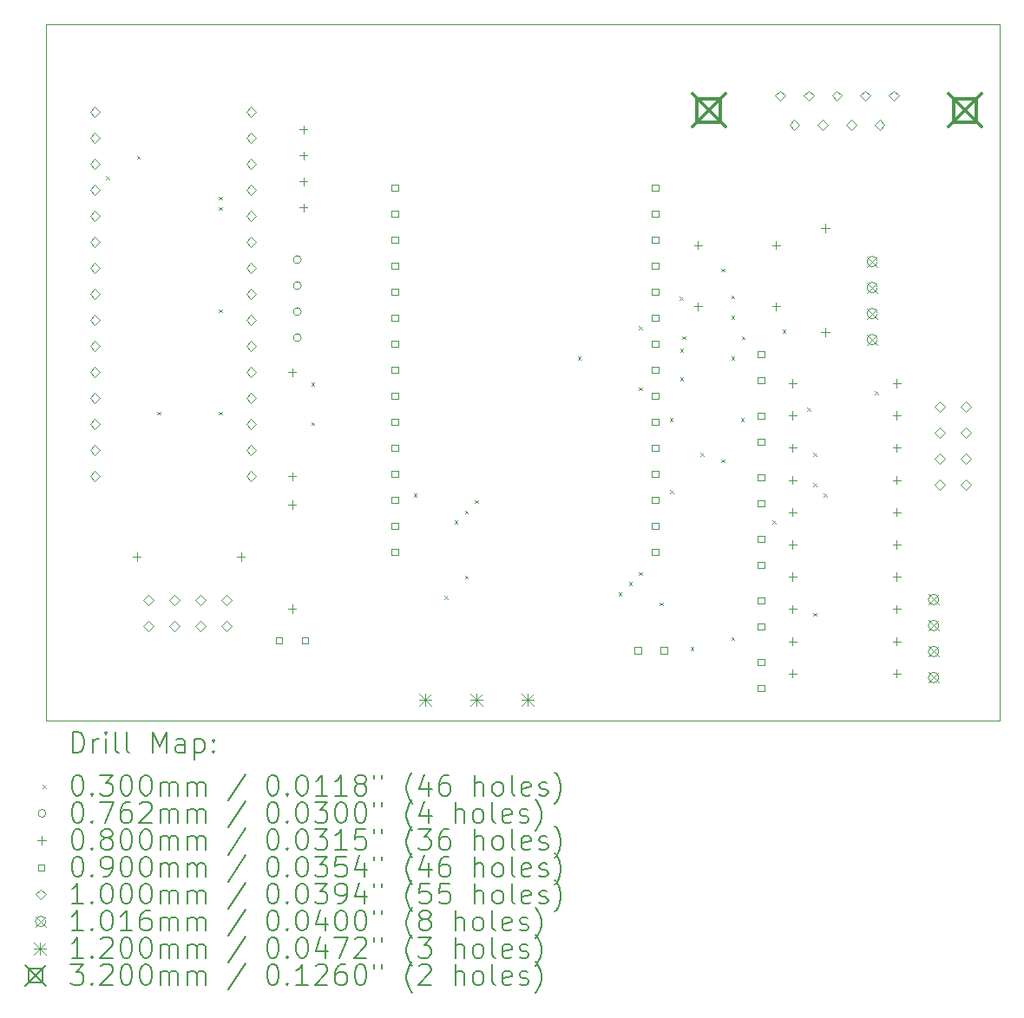
<source format=gbr>
%TF.GenerationSoftware,KiCad,Pcbnew,9.0.1*%
%TF.CreationDate,2025-05-15T21:23:40-07:00*%
%TF.ProjectId,ARDU_RF_TEMP,41524455-5f52-4465-9f54-454d502e6b69,rev?*%
%TF.SameCoordinates,Original*%
%TF.FileFunction,Drillmap*%
%TF.FilePolarity,Positive*%
%FSLAX45Y45*%
G04 Gerber Fmt 4.5, Leading zero omitted, Abs format (unit mm)*
G04 Created by KiCad (PCBNEW 9.0.1) date 2025-05-15 21:23:40*
%MOMM*%
%LPD*%
G01*
G04 APERTURE LIST*
%ADD10C,0.050000*%
%ADD11C,0.200000*%
%ADD12C,0.100000*%
%ADD13C,0.101600*%
%ADD14C,0.120000*%
%ADD15C,0.320000*%
G04 APERTURE END LIST*
D10*
X1200000Y-1200000D02*
X10500000Y-1200000D01*
X10500000Y-8000000D01*
X1200000Y-8000000D01*
X1200000Y-1200000D01*
D11*
D12*
X1785000Y-2685000D02*
X1815000Y-2715000D01*
X1815000Y-2685000D02*
X1785000Y-2715000D01*
X2085000Y-2485000D02*
X2115000Y-2515000D01*
X2115000Y-2485000D02*
X2085000Y-2515000D01*
X2285000Y-4985000D02*
X2315000Y-5015000D01*
X2315000Y-4985000D02*
X2285000Y-5015000D01*
X2885000Y-2885000D02*
X2915000Y-2915000D01*
X2915000Y-2885000D02*
X2885000Y-2915000D01*
X2885000Y-2985000D02*
X2915000Y-3015000D01*
X2915000Y-2985000D02*
X2885000Y-3015000D01*
X2885000Y-3985000D02*
X2915000Y-4015000D01*
X2915000Y-3985000D02*
X2885000Y-4015000D01*
X2885000Y-4985000D02*
X2915000Y-5015000D01*
X2915000Y-4985000D02*
X2885000Y-5015000D01*
X3785000Y-4701000D02*
X3815000Y-4731000D01*
X3815000Y-4701000D02*
X3785000Y-4731000D01*
X3785000Y-5085000D02*
X3815000Y-5115000D01*
X3815000Y-5085000D02*
X3785000Y-5115000D01*
X4785000Y-5785000D02*
X4815000Y-5815000D01*
X4815000Y-5785000D02*
X4785000Y-5815000D01*
X5085000Y-6785000D02*
X5115000Y-6815000D01*
X5115000Y-6785000D02*
X5085000Y-6815000D01*
X5185000Y-6049000D02*
X5215000Y-6079000D01*
X5215000Y-6049000D02*
X5185000Y-6079000D01*
X5285000Y-5949000D02*
X5315000Y-5979000D01*
X5315000Y-5949000D02*
X5285000Y-5979000D01*
X5285000Y-6585000D02*
X5315000Y-6615000D01*
X5315000Y-6585000D02*
X5285000Y-6615000D01*
X5385000Y-5849000D02*
X5415000Y-5879000D01*
X5415000Y-5849000D02*
X5385000Y-5879000D01*
X6385000Y-4449000D02*
X6415000Y-4479000D01*
X6415000Y-4449000D02*
X6385000Y-4479000D01*
X6785000Y-6749000D02*
X6815000Y-6779000D01*
X6815000Y-6749000D02*
X6785000Y-6779000D01*
X6885000Y-6649000D02*
X6915000Y-6679000D01*
X6915000Y-6649000D02*
X6885000Y-6679000D01*
X6985000Y-4148500D02*
X7015000Y-4178500D01*
X7015000Y-4148500D02*
X6985000Y-4178500D01*
X6985000Y-4749000D02*
X7015000Y-4779000D01*
X7015000Y-4749000D02*
X6985000Y-4779000D01*
X6985000Y-6549000D02*
X7015000Y-6579000D01*
X7015000Y-6549000D02*
X6985000Y-6579000D01*
X7185000Y-6849000D02*
X7215000Y-6879000D01*
X7215000Y-6849000D02*
X7185000Y-6879000D01*
X7285000Y-5049000D02*
X7315000Y-5079000D01*
X7315000Y-5049000D02*
X7285000Y-5079000D01*
X7285500Y-5749000D02*
X7315500Y-5779000D01*
X7315500Y-5749000D02*
X7285500Y-5779000D01*
X7381323Y-3864676D02*
X7411323Y-3894676D01*
X7411323Y-3864676D02*
X7381323Y-3894676D01*
X7385000Y-4369000D02*
X7415000Y-4399000D01*
X7415000Y-4369000D02*
X7385000Y-4399000D01*
X7385000Y-4649000D02*
X7415000Y-4679000D01*
X7415000Y-4649000D02*
X7385000Y-4679000D01*
X7404900Y-4249000D02*
X7434900Y-4279000D01*
X7434900Y-4249000D02*
X7404900Y-4279000D01*
X7485000Y-7285000D02*
X7515000Y-7315000D01*
X7515000Y-7285000D02*
X7485000Y-7315000D01*
X7585000Y-5385000D02*
X7615000Y-5415000D01*
X7615000Y-5385000D02*
X7585000Y-5415000D01*
X7785000Y-3589000D02*
X7815000Y-3619000D01*
X7815000Y-3589000D02*
X7785000Y-3619000D01*
X7785000Y-5449000D02*
X7815000Y-5479000D01*
X7815000Y-5449000D02*
X7785000Y-5479000D01*
X7885000Y-3849000D02*
X7915000Y-3879000D01*
X7915000Y-3849000D02*
X7885000Y-3879000D01*
X7885000Y-4049000D02*
X7915000Y-4079000D01*
X7915000Y-4049000D02*
X7885000Y-4079000D01*
X7885000Y-4449000D02*
X7915000Y-4479000D01*
X7915000Y-4449000D02*
X7885000Y-4479000D01*
X7885000Y-7185000D02*
X7915000Y-7215000D01*
X7915000Y-7185000D02*
X7885000Y-7215000D01*
X7978400Y-5049000D02*
X8008400Y-5079000D01*
X8008400Y-5049000D02*
X7978400Y-5079000D01*
X7985000Y-4249000D02*
X8015000Y-4279000D01*
X8015000Y-4249000D02*
X7985000Y-4279000D01*
X8284948Y-6048948D02*
X8314948Y-6078948D01*
X8314948Y-6048948D02*
X8284948Y-6078948D01*
X8385000Y-4185000D02*
X8415000Y-4215000D01*
X8415000Y-4185000D02*
X8385000Y-4215000D01*
X8625000Y-4944900D02*
X8655000Y-4974900D01*
X8655000Y-4944900D02*
X8625000Y-4974900D01*
X8685000Y-5385000D02*
X8715000Y-5415000D01*
X8715000Y-5385000D02*
X8685000Y-5415000D01*
X8685000Y-5685000D02*
X8715000Y-5715000D01*
X8715000Y-5685000D02*
X8685000Y-5715000D01*
X8685000Y-6949000D02*
X8715000Y-6979000D01*
X8715000Y-6949000D02*
X8685000Y-6979000D01*
X8785000Y-5785000D02*
X8815000Y-5815000D01*
X8815000Y-5785000D02*
X8785000Y-5815000D01*
X9285000Y-4785000D02*
X9315000Y-4815000D01*
X9315000Y-4785000D02*
X9285000Y-4815000D01*
X3688100Y-3500000D02*
G75*
G02*
X3611900Y-3500000I-38100J0D01*
G01*
X3611900Y-3500000D02*
G75*
G02*
X3688100Y-3500000I38100J0D01*
G01*
X3688100Y-3754000D02*
G75*
G02*
X3611900Y-3754000I-38100J0D01*
G01*
X3611900Y-3754000D02*
G75*
G02*
X3688100Y-3754000I38100J0D01*
G01*
X3688100Y-4008000D02*
G75*
G02*
X3611900Y-4008000I-38100J0D01*
G01*
X3611900Y-4008000D02*
G75*
G02*
X3688100Y-4008000I38100J0D01*
G01*
X3688100Y-4262000D02*
G75*
G02*
X3611900Y-4262000I-38100J0D01*
G01*
X3611900Y-4262000D02*
G75*
G02*
X3688100Y-4262000I38100J0D01*
G01*
X2084000Y-6360000D02*
X2084000Y-6440000D01*
X2044000Y-6400000D02*
X2124000Y-6400000D01*
X3100000Y-6360000D02*
X3100000Y-6440000D01*
X3060000Y-6400000D02*
X3140000Y-6400000D01*
X3600000Y-4560000D02*
X3600000Y-4640000D01*
X3560000Y-4600000D02*
X3640000Y-4600000D01*
X3600000Y-5576000D02*
X3600000Y-5656000D01*
X3560000Y-5616000D02*
X3640000Y-5616000D01*
X3600000Y-5852000D02*
X3600000Y-5932000D01*
X3560000Y-5892000D02*
X3640000Y-5892000D01*
X3600000Y-6868000D02*
X3600000Y-6948000D01*
X3560000Y-6908000D02*
X3640000Y-6908000D01*
X3709750Y-2188750D02*
X3709750Y-2268750D01*
X3669750Y-2228750D02*
X3749750Y-2228750D01*
X3709750Y-2442750D02*
X3709750Y-2522750D01*
X3669750Y-2482750D02*
X3749750Y-2482750D01*
X3709750Y-2696750D02*
X3709750Y-2776750D01*
X3669750Y-2736750D02*
X3749750Y-2736750D01*
X3709750Y-2950750D02*
X3709750Y-3030750D01*
X3669750Y-2990750D02*
X3749750Y-2990750D01*
X7559500Y-3318000D02*
X7559500Y-3398000D01*
X7519500Y-3358000D02*
X7599500Y-3358000D01*
X7559500Y-3918000D02*
X7559500Y-3998000D01*
X7519500Y-3958000D02*
X7599500Y-3958000D01*
X8321500Y-3318000D02*
X8321500Y-3398000D01*
X8281500Y-3358000D02*
X8361500Y-3358000D01*
X8321500Y-3918000D02*
X8321500Y-3998000D01*
X8281500Y-3958000D02*
X8361500Y-3958000D01*
X8482000Y-4666750D02*
X8482000Y-4746750D01*
X8442000Y-4706750D02*
X8522000Y-4706750D01*
X8482000Y-4981750D02*
X8482000Y-5061750D01*
X8442000Y-5021750D02*
X8522000Y-5021750D01*
X8482000Y-5296750D02*
X8482000Y-5376750D01*
X8442000Y-5336750D02*
X8522000Y-5336750D01*
X8482000Y-5611750D02*
X8482000Y-5691750D01*
X8442000Y-5651750D02*
X8522000Y-5651750D01*
X8482000Y-5926750D02*
X8482000Y-6006750D01*
X8442000Y-5966750D02*
X8522000Y-5966750D01*
X8482000Y-6241750D02*
X8482000Y-6321750D01*
X8442000Y-6281750D02*
X8522000Y-6281750D01*
X8482000Y-6556750D02*
X8482000Y-6636750D01*
X8442000Y-6596750D02*
X8522000Y-6596750D01*
X8482000Y-6871750D02*
X8482000Y-6951750D01*
X8442000Y-6911750D02*
X8522000Y-6911750D01*
X8482000Y-7186750D02*
X8482000Y-7266750D01*
X8442000Y-7226750D02*
X8522000Y-7226750D01*
X8482000Y-7501750D02*
X8482000Y-7581750D01*
X8442000Y-7541750D02*
X8522000Y-7541750D01*
X8800000Y-3152000D02*
X8800000Y-3232000D01*
X8760000Y-3192000D02*
X8840000Y-3192000D01*
X8800000Y-4168000D02*
X8800000Y-4248000D01*
X8760000Y-4208000D02*
X8840000Y-4208000D01*
X9498000Y-4666750D02*
X9498000Y-4746750D01*
X9458000Y-4706750D02*
X9538000Y-4706750D01*
X9498000Y-4981750D02*
X9498000Y-5061750D01*
X9458000Y-5021750D02*
X9538000Y-5021750D01*
X9498000Y-5296750D02*
X9498000Y-5376750D01*
X9458000Y-5336750D02*
X9538000Y-5336750D01*
X9498000Y-5611750D02*
X9498000Y-5691750D01*
X9458000Y-5651750D02*
X9538000Y-5651750D01*
X9498000Y-5926750D02*
X9498000Y-6006750D01*
X9458000Y-5966750D02*
X9538000Y-5966750D01*
X9498000Y-6241750D02*
X9498000Y-6321750D01*
X9458000Y-6281750D02*
X9538000Y-6281750D01*
X9498000Y-6556750D02*
X9498000Y-6636750D01*
X9458000Y-6596750D02*
X9538000Y-6596750D01*
X9498000Y-6871750D02*
X9498000Y-6951750D01*
X9458000Y-6911750D02*
X9538000Y-6911750D01*
X9498000Y-7186750D02*
X9498000Y-7266750D01*
X9458000Y-7226750D02*
X9538000Y-7226750D01*
X9498000Y-7501750D02*
X9498000Y-7581750D01*
X9458000Y-7541750D02*
X9538000Y-7541750D01*
X3504820Y-7248320D02*
X3504820Y-7184680D01*
X3441180Y-7184680D01*
X3441180Y-7248320D01*
X3504820Y-7248320D01*
X3758820Y-7248320D02*
X3758820Y-7184680D01*
X3695180Y-7184680D01*
X3695180Y-7248320D01*
X3758820Y-7248320D01*
X4631820Y-2831820D02*
X4631820Y-2768180D01*
X4568180Y-2768180D01*
X4568180Y-2831820D01*
X4631820Y-2831820D01*
X4631820Y-3085820D02*
X4631820Y-3022180D01*
X4568180Y-3022180D01*
X4568180Y-3085820D01*
X4631820Y-3085820D01*
X4631820Y-3339820D02*
X4631820Y-3276180D01*
X4568180Y-3276180D01*
X4568180Y-3339820D01*
X4631820Y-3339820D01*
X4631820Y-3593820D02*
X4631820Y-3530180D01*
X4568180Y-3530180D01*
X4568180Y-3593820D01*
X4631820Y-3593820D01*
X4631820Y-3847820D02*
X4631820Y-3784180D01*
X4568180Y-3784180D01*
X4568180Y-3847820D01*
X4631820Y-3847820D01*
X4631820Y-4101820D02*
X4631820Y-4038180D01*
X4568180Y-4038180D01*
X4568180Y-4101820D01*
X4631820Y-4101820D01*
X4631820Y-4355820D02*
X4631820Y-4292180D01*
X4568180Y-4292180D01*
X4568180Y-4355820D01*
X4631820Y-4355820D01*
X4631820Y-4609820D02*
X4631820Y-4546180D01*
X4568180Y-4546180D01*
X4568180Y-4609820D01*
X4631820Y-4609820D01*
X4631820Y-4863820D02*
X4631820Y-4800180D01*
X4568180Y-4800180D01*
X4568180Y-4863820D01*
X4631820Y-4863820D01*
X4631820Y-5117820D02*
X4631820Y-5054180D01*
X4568180Y-5054180D01*
X4568180Y-5117820D01*
X4631820Y-5117820D01*
X4631820Y-5371820D02*
X4631820Y-5308180D01*
X4568180Y-5308180D01*
X4568180Y-5371820D01*
X4631820Y-5371820D01*
X4631820Y-5625820D02*
X4631820Y-5562180D01*
X4568180Y-5562180D01*
X4568180Y-5625820D01*
X4631820Y-5625820D01*
X4631820Y-5879820D02*
X4631820Y-5816180D01*
X4568180Y-5816180D01*
X4568180Y-5879820D01*
X4631820Y-5879820D01*
X4631820Y-6133820D02*
X4631820Y-6070180D01*
X4568180Y-6070180D01*
X4568180Y-6133820D01*
X4631820Y-6133820D01*
X4631820Y-6387820D02*
X4631820Y-6324180D01*
X4568180Y-6324180D01*
X4568180Y-6387820D01*
X4631820Y-6387820D01*
X7004820Y-7348320D02*
X7004820Y-7284680D01*
X6941180Y-7284680D01*
X6941180Y-7348320D01*
X7004820Y-7348320D01*
X7171820Y-2831820D02*
X7171820Y-2768180D01*
X7108180Y-2768180D01*
X7108180Y-2831820D01*
X7171820Y-2831820D01*
X7171820Y-3085820D02*
X7171820Y-3022180D01*
X7108180Y-3022180D01*
X7108180Y-3085820D01*
X7171820Y-3085820D01*
X7171820Y-3339820D02*
X7171820Y-3276180D01*
X7108180Y-3276180D01*
X7108180Y-3339820D01*
X7171820Y-3339820D01*
X7171820Y-3593820D02*
X7171820Y-3530180D01*
X7108180Y-3530180D01*
X7108180Y-3593820D01*
X7171820Y-3593820D01*
X7171820Y-3847820D02*
X7171820Y-3784180D01*
X7108180Y-3784180D01*
X7108180Y-3847820D01*
X7171820Y-3847820D01*
X7171820Y-4101820D02*
X7171820Y-4038180D01*
X7108180Y-4038180D01*
X7108180Y-4101820D01*
X7171820Y-4101820D01*
X7171820Y-4355820D02*
X7171820Y-4292180D01*
X7108180Y-4292180D01*
X7108180Y-4355820D01*
X7171820Y-4355820D01*
X7171820Y-4609820D02*
X7171820Y-4546180D01*
X7108180Y-4546180D01*
X7108180Y-4609820D01*
X7171820Y-4609820D01*
X7171820Y-4863820D02*
X7171820Y-4800180D01*
X7108180Y-4800180D01*
X7108180Y-4863820D01*
X7171820Y-4863820D01*
X7171820Y-5117820D02*
X7171820Y-5054180D01*
X7108180Y-5054180D01*
X7108180Y-5117820D01*
X7171820Y-5117820D01*
X7171820Y-5371820D02*
X7171820Y-5308180D01*
X7108180Y-5308180D01*
X7108180Y-5371820D01*
X7171820Y-5371820D01*
X7171820Y-5625820D02*
X7171820Y-5562180D01*
X7108180Y-5562180D01*
X7108180Y-5625820D01*
X7171820Y-5625820D01*
X7171820Y-5879820D02*
X7171820Y-5816180D01*
X7108180Y-5816180D01*
X7108180Y-5879820D01*
X7171820Y-5879820D01*
X7171820Y-6133820D02*
X7171820Y-6070180D01*
X7108180Y-6070180D01*
X7108180Y-6133820D01*
X7171820Y-6133820D01*
X7171820Y-6387820D02*
X7171820Y-6324180D01*
X7108180Y-6324180D01*
X7108180Y-6387820D01*
X7171820Y-6387820D01*
X7258820Y-7348320D02*
X7258820Y-7284680D01*
X7195180Y-7284680D01*
X7195180Y-7348320D01*
X7258820Y-7348320D01*
X8205320Y-4456570D02*
X8205320Y-4392930D01*
X8141680Y-4392930D01*
X8141680Y-4456570D01*
X8205320Y-4456570D01*
X8205320Y-4710570D02*
X8205320Y-4646930D01*
X8141680Y-4646930D01*
X8141680Y-4710570D01*
X8205320Y-4710570D01*
X8205320Y-5057570D02*
X8205320Y-4993930D01*
X8141680Y-4993930D01*
X8141680Y-5057570D01*
X8205320Y-5057570D01*
X8205320Y-5311570D02*
X8205320Y-5247930D01*
X8141680Y-5247930D01*
X8141680Y-5311570D01*
X8205320Y-5311570D01*
X8205320Y-5658570D02*
X8205320Y-5594930D01*
X8141680Y-5594930D01*
X8141680Y-5658570D01*
X8205320Y-5658570D01*
X8205320Y-5912570D02*
X8205320Y-5848930D01*
X8141680Y-5848930D01*
X8141680Y-5912570D01*
X8205320Y-5912570D01*
X8205320Y-6259570D02*
X8205320Y-6195930D01*
X8141680Y-6195930D01*
X8141680Y-6259570D01*
X8205320Y-6259570D01*
X8205320Y-6513570D02*
X8205320Y-6449930D01*
X8141680Y-6449930D01*
X8141680Y-6513570D01*
X8205320Y-6513570D01*
X8205320Y-6860570D02*
X8205320Y-6796930D01*
X8141680Y-6796930D01*
X8141680Y-6860570D01*
X8205320Y-6860570D01*
X8205320Y-7114570D02*
X8205320Y-7050930D01*
X8141680Y-7050930D01*
X8141680Y-7114570D01*
X8205320Y-7114570D01*
X8205320Y-7461570D02*
X8205320Y-7397930D01*
X8141680Y-7397930D01*
X8141680Y-7461570D01*
X8205320Y-7461570D01*
X8205320Y-7715570D02*
X8205320Y-7651930D01*
X8141680Y-7651930D01*
X8141680Y-7715570D01*
X8205320Y-7715570D01*
X1676000Y-2110000D02*
X1726000Y-2060000D01*
X1676000Y-2010000D01*
X1626000Y-2060000D01*
X1676000Y-2110000D01*
X1676000Y-2364000D02*
X1726000Y-2314000D01*
X1676000Y-2264000D01*
X1626000Y-2314000D01*
X1676000Y-2364000D01*
X1676000Y-2618000D02*
X1726000Y-2568000D01*
X1676000Y-2518000D01*
X1626000Y-2568000D01*
X1676000Y-2618000D01*
X1676000Y-2872000D02*
X1726000Y-2822000D01*
X1676000Y-2772000D01*
X1626000Y-2822000D01*
X1676000Y-2872000D01*
X1676000Y-3126000D02*
X1726000Y-3076000D01*
X1676000Y-3026000D01*
X1626000Y-3076000D01*
X1676000Y-3126000D01*
X1676000Y-3380000D02*
X1726000Y-3330000D01*
X1676000Y-3280000D01*
X1626000Y-3330000D01*
X1676000Y-3380000D01*
X1676000Y-3634000D02*
X1726000Y-3584000D01*
X1676000Y-3534000D01*
X1626000Y-3584000D01*
X1676000Y-3634000D01*
X1676000Y-3888000D02*
X1726000Y-3838000D01*
X1676000Y-3788000D01*
X1626000Y-3838000D01*
X1676000Y-3888000D01*
X1676000Y-4142000D02*
X1726000Y-4092000D01*
X1676000Y-4042000D01*
X1626000Y-4092000D01*
X1676000Y-4142000D01*
X1676000Y-4396000D02*
X1726000Y-4346000D01*
X1676000Y-4296000D01*
X1626000Y-4346000D01*
X1676000Y-4396000D01*
X1676000Y-4650000D02*
X1726000Y-4600000D01*
X1676000Y-4550000D01*
X1626000Y-4600000D01*
X1676000Y-4650000D01*
X1676000Y-4904000D02*
X1726000Y-4854000D01*
X1676000Y-4804000D01*
X1626000Y-4854000D01*
X1676000Y-4904000D01*
X1676000Y-5158000D02*
X1726000Y-5108000D01*
X1676000Y-5058000D01*
X1626000Y-5108000D01*
X1676000Y-5158000D01*
X1676000Y-5412000D02*
X1726000Y-5362000D01*
X1676000Y-5312000D01*
X1626000Y-5362000D01*
X1676000Y-5412000D01*
X1676000Y-5666000D02*
X1726000Y-5616000D01*
X1676000Y-5566000D01*
X1626000Y-5616000D01*
X1676000Y-5666000D01*
X2200500Y-6871050D02*
X2250500Y-6821050D01*
X2200500Y-6771050D01*
X2150500Y-6821050D01*
X2200500Y-6871050D01*
X2200500Y-7125050D02*
X2250500Y-7075050D01*
X2200500Y-7025050D01*
X2150500Y-7075050D01*
X2200500Y-7125050D01*
X2454500Y-6871050D02*
X2504500Y-6821050D01*
X2454500Y-6771050D01*
X2404500Y-6821050D01*
X2454500Y-6871050D01*
X2454500Y-7125050D02*
X2504500Y-7075050D01*
X2454500Y-7025050D01*
X2404500Y-7075050D01*
X2454500Y-7125050D01*
X2708500Y-6871050D02*
X2758500Y-6821050D01*
X2708500Y-6771050D01*
X2658500Y-6821050D01*
X2708500Y-6871050D01*
X2708500Y-7125050D02*
X2758500Y-7075050D01*
X2708500Y-7025050D01*
X2658500Y-7075050D01*
X2708500Y-7125050D01*
X2962500Y-6871050D02*
X3012500Y-6821050D01*
X2962500Y-6771050D01*
X2912500Y-6821050D01*
X2962500Y-6871050D01*
X2962500Y-7125050D02*
X3012500Y-7075050D01*
X2962500Y-7025050D01*
X2912500Y-7075050D01*
X2962500Y-7125050D01*
X3200000Y-2110000D02*
X3250000Y-2060000D01*
X3200000Y-2010000D01*
X3150000Y-2060000D01*
X3200000Y-2110000D01*
X3200000Y-2364000D02*
X3250000Y-2314000D01*
X3200000Y-2264000D01*
X3150000Y-2314000D01*
X3200000Y-2364000D01*
X3200000Y-2618000D02*
X3250000Y-2568000D01*
X3200000Y-2518000D01*
X3150000Y-2568000D01*
X3200000Y-2618000D01*
X3200000Y-2872000D02*
X3250000Y-2822000D01*
X3200000Y-2772000D01*
X3150000Y-2822000D01*
X3200000Y-2872000D01*
X3200000Y-3126000D02*
X3250000Y-3076000D01*
X3200000Y-3026000D01*
X3150000Y-3076000D01*
X3200000Y-3126000D01*
X3200000Y-3380000D02*
X3250000Y-3330000D01*
X3200000Y-3280000D01*
X3150000Y-3330000D01*
X3200000Y-3380000D01*
X3200000Y-3634000D02*
X3250000Y-3584000D01*
X3200000Y-3534000D01*
X3150000Y-3584000D01*
X3200000Y-3634000D01*
X3200000Y-3888000D02*
X3250000Y-3838000D01*
X3200000Y-3788000D01*
X3150000Y-3838000D01*
X3200000Y-3888000D01*
X3200000Y-4142000D02*
X3250000Y-4092000D01*
X3200000Y-4042000D01*
X3150000Y-4092000D01*
X3200000Y-4142000D01*
X3200000Y-4396000D02*
X3250000Y-4346000D01*
X3200000Y-4296000D01*
X3150000Y-4346000D01*
X3200000Y-4396000D01*
X3200000Y-4650000D02*
X3250000Y-4600000D01*
X3200000Y-4550000D01*
X3150000Y-4600000D01*
X3200000Y-4650000D01*
X3200000Y-4904000D02*
X3250000Y-4854000D01*
X3200000Y-4804000D01*
X3150000Y-4854000D01*
X3200000Y-4904000D01*
X3200000Y-5158000D02*
X3250000Y-5108000D01*
X3200000Y-5058000D01*
X3150000Y-5108000D01*
X3200000Y-5158000D01*
X3200000Y-5412000D02*
X3250000Y-5362000D01*
X3200000Y-5312000D01*
X3150000Y-5362000D01*
X3200000Y-5412000D01*
X3200000Y-5666000D02*
X3250000Y-5616000D01*
X3200000Y-5566000D01*
X3150000Y-5616000D01*
X3200000Y-5666000D01*
X8361500Y-1950000D02*
X8411500Y-1900000D01*
X8361500Y-1850000D01*
X8311500Y-1900000D01*
X8361500Y-1950000D01*
X8500000Y-2234000D02*
X8550000Y-2184000D01*
X8500000Y-2134000D01*
X8450000Y-2184000D01*
X8500000Y-2234000D01*
X8638500Y-1950000D02*
X8688500Y-1900000D01*
X8638500Y-1850000D01*
X8588500Y-1900000D01*
X8638500Y-1950000D01*
X8777000Y-2234000D02*
X8827000Y-2184000D01*
X8777000Y-2134000D01*
X8727000Y-2184000D01*
X8777000Y-2234000D01*
X8915500Y-1950000D02*
X8965500Y-1900000D01*
X8915500Y-1850000D01*
X8865500Y-1900000D01*
X8915500Y-1950000D01*
X9054000Y-2234000D02*
X9104000Y-2184000D01*
X9054000Y-2134000D01*
X9004000Y-2184000D01*
X9054000Y-2234000D01*
X9192500Y-1950000D02*
X9242500Y-1900000D01*
X9192500Y-1850000D01*
X9142500Y-1900000D01*
X9192500Y-1950000D01*
X9331000Y-2234000D02*
X9381000Y-2184000D01*
X9331000Y-2134000D01*
X9281000Y-2184000D01*
X9331000Y-2234000D01*
X9469500Y-1950000D02*
X9519500Y-1900000D01*
X9469500Y-1850000D01*
X9419500Y-1900000D01*
X9469500Y-1950000D01*
X9921050Y-4987500D02*
X9971050Y-4937500D01*
X9921050Y-4887500D01*
X9871050Y-4937500D01*
X9921050Y-4987500D01*
X9921050Y-5241500D02*
X9971050Y-5191500D01*
X9921050Y-5141500D01*
X9871050Y-5191500D01*
X9921050Y-5241500D01*
X9921050Y-5495500D02*
X9971050Y-5445500D01*
X9921050Y-5395500D01*
X9871050Y-5445500D01*
X9921050Y-5495500D01*
X9921050Y-5749500D02*
X9971050Y-5699500D01*
X9921050Y-5649500D01*
X9871050Y-5699500D01*
X9921050Y-5749500D01*
X10175050Y-4987500D02*
X10225050Y-4937500D01*
X10175050Y-4887500D01*
X10125050Y-4937500D01*
X10175050Y-4987500D01*
X10175050Y-5241500D02*
X10225050Y-5191500D01*
X10175050Y-5141500D01*
X10125050Y-5191500D01*
X10175050Y-5241500D01*
X10175050Y-5495500D02*
X10225050Y-5445500D01*
X10175050Y-5395500D01*
X10125050Y-5445500D01*
X10175050Y-5495500D01*
X10175050Y-5749500D02*
X10225050Y-5699500D01*
X10175050Y-5649500D01*
X10125050Y-5699500D01*
X10175050Y-5749500D01*
D13*
X9208180Y-3468200D02*
X9309780Y-3569800D01*
X9309780Y-3468200D02*
X9208180Y-3569800D01*
X9309780Y-3519000D02*
G75*
G02*
X9208180Y-3519000I-50800J0D01*
G01*
X9208180Y-3519000D02*
G75*
G02*
X9309780Y-3519000I50800J0D01*
G01*
X9208180Y-3722200D02*
X9309780Y-3823800D01*
X9309780Y-3722200D02*
X9208180Y-3823800D01*
X9309780Y-3773000D02*
G75*
G02*
X9208180Y-3773000I-50800J0D01*
G01*
X9208180Y-3773000D02*
G75*
G02*
X9309780Y-3773000I50800J0D01*
G01*
X9208180Y-3976200D02*
X9309780Y-4077800D01*
X9309780Y-3976200D02*
X9208180Y-4077800D01*
X9309780Y-4027000D02*
G75*
G02*
X9208180Y-4027000I-50800J0D01*
G01*
X9208180Y-4027000D02*
G75*
G02*
X9309780Y-4027000I50800J0D01*
G01*
X9208180Y-4230200D02*
X9309780Y-4331800D01*
X9309780Y-4230200D02*
X9208180Y-4331800D01*
X9309780Y-4281000D02*
G75*
G02*
X9208180Y-4281000I-50800J0D01*
G01*
X9208180Y-4281000D02*
G75*
G02*
X9309780Y-4281000I50800J0D01*
G01*
X9808180Y-6768200D02*
X9909780Y-6869800D01*
X9909780Y-6768200D02*
X9808180Y-6869800D01*
X9909780Y-6819000D02*
G75*
G02*
X9808180Y-6819000I-50800J0D01*
G01*
X9808180Y-6819000D02*
G75*
G02*
X9909780Y-6819000I50800J0D01*
G01*
X9808180Y-7022200D02*
X9909780Y-7123800D01*
X9909780Y-7022200D02*
X9808180Y-7123800D01*
X9909780Y-7073000D02*
G75*
G02*
X9808180Y-7073000I-50800J0D01*
G01*
X9808180Y-7073000D02*
G75*
G02*
X9909780Y-7073000I50800J0D01*
G01*
X9808180Y-7276200D02*
X9909780Y-7377800D01*
X9909780Y-7276200D02*
X9808180Y-7377800D01*
X9909780Y-7327000D02*
G75*
G02*
X9808180Y-7327000I-50800J0D01*
G01*
X9808180Y-7327000D02*
G75*
G02*
X9909780Y-7327000I50800J0D01*
G01*
X9808180Y-7530200D02*
X9909780Y-7631800D01*
X9909780Y-7530200D02*
X9808180Y-7631800D01*
X9909780Y-7581000D02*
G75*
G02*
X9808180Y-7581000I-50800J0D01*
G01*
X9808180Y-7581000D02*
G75*
G02*
X9909780Y-7581000I50800J0D01*
G01*
D14*
X4840000Y-7735000D02*
X4960000Y-7855000D01*
X4960000Y-7735000D02*
X4840000Y-7855000D01*
X4900000Y-7735000D02*
X4900000Y-7855000D01*
X4840000Y-7795000D02*
X4960000Y-7795000D01*
X5340000Y-7735000D02*
X5460000Y-7855000D01*
X5460000Y-7735000D02*
X5340000Y-7855000D01*
X5400000Y-7735000D02*
X5400000Y-7855000D01*
X5340000Y-7795000D02*
X5460000Y-7795000D01*
X5840000Y-7735000D02*
X5960000Y-7855000D01*
X5960000Y-7735000D02*
X5840000Y-7855000D01*
X5900000Y-7735000D02*
X5900000Y-7855000D01*
X5840000Y-7795000D02*
X5960000Y-7795000D01*
D15*
X7505500Y-1882000D02*
X7825500Y-2202000D01*
X7825500Y-1882000D02*
X7505500Y-2202000D01*
X7778638Y-2155138D02*
X7778638Y-1928862D01*
X7552362Y-1928862D01*
X7552362Y-2155138D01*
X7778638Y-2155138D01*
X10005500Y-1882000D02*
X10325500Y-2202000D01*
X10325500Y-1882000D02*
X10005500Y-2202000D01*
X10278638Y-2155138D02*
X10278638Y-1928862D01*
X10052362Y-1928862D01*
X10052362Y-2155138D01*
X10278638Y-2155138D01*
D11*
X1458277Y-8313984D02*
X1458277Y-8113984D01*
X1458277Y-8113984D02*
X1505896Y-8113984D01*
X1505896Y-8113984D02*
X1534467Y-8123508D01*
X1534467Y-8123508D02*
X1553515Y-8142555D01*
X1553515Y-8142555D02*
X1563039Y-8161603D01*
X1563039Y-8161603D02*
X1572562Y-8199698D01*
X1572562Y-8199698D02*
X1572562Y-8228269D01*
X1572562Y-8228269D02*
X1563039Y-8266365D01*
X1563039Y-8266365D02*
X1553515Y-8285412D01*
X1553515Y-8285412D02*
X1534467Y-8304460D01*
X1534467Y-8304460D02*
X1505896Y-8313984D01*
X1505896Y-8313984D02*
X1458277Y-8313984D01*
X1658277Y-8313984D02*
X1658277Y-8180650D01*
X1658277Y-8218746D02*
X1667801Y-8199698D01*
X1667801Y-8199698D02*
X1677324Y-8190174D01*
X1677324Y-8190174D02*
X1696372Y-8180650D01*
X1696372Y-8180650D02*
X1715420Y-8180650D01*
X1782086Y-8313984D02*
X1782086Y-8180650D01*
X1782086Y-8113984D02*
X1772562Y-8123508D01*
X1772562Y-8123508D02*
X1782086Y-8133031D01*
X1782086Y-8133031D02*
X1791610Y-8123508D01*
X1791610Y-8123508D02*
X1782086Y-8113984D01*
X1782086Y-8113984D02*
X1782086Y-8133031D01*
X1905896Y-8313984D02*
X1886848Y-8304460D01*
X1886848Y-8304460D02*
X1877324Y-8285412D01*
X1877324Y-8285412D02*
X1877324Y-8113984D01*
X2010658Y-8313984D02*
X1991610Y-8304460D01*
X1991610Y-8304460D02*
X1982086Y-8285412D01*
X1982086Y-8285412D02*
X1982086Y-8113984D01*
X2239229Y-8313984D02*
X2239229Y-8113984D01*
X2239229Y-8113984D02*
X2305896Y-8256841D01*
X2305896Y-8256841D02*
X2372563Y-8113984D01*
X2372563Y-8113984D02*
X2372563Y-8313984D01*
X2553515Y-8313984D02*
X2553515Y-8209222D01*
X2553515Y-8209222D02*
X2543991Y-8190174D01*
X2543991Y-8190174D02*
X2524944Y-8180650D01*
X2524944Y-8180650D02*
X2486848Y-8180650D01*
X2486848Y-8180650D02*
X2467801Y-8190174D01*
X2553515Y-8304460D02*
X2534467Y-8313984D01*
X2534467Y-8313984D02*
X2486848Y-8313984D01*
X2486848Y-8313984D02*
X2467801Y-8304460D01*
X2467801Y-8304460D02*
X2458277Y-8285412D01*
X2458277Y-8285412D02*
X2458277Y-8266365D01*
X2458277Y-8266365D02*
X2467801Y-8247317D01*
X2467801Y-8247317D02*
X2486848Y-8237793D01*
X2486848Y-8237793D02*
X2534467Y-8237793D01*
X2534467Y-8237793D02*
X2553515Y-8228269D01*
X2648753Y-8180650D02*
X2648753Y-8380650D01*
X2648753Y-8190174D02*
X2667801Y-8180650D01*
X2667801Y-8180650D02*
X2705896Y-8180650D01*
X2705896Y-8180650D02*
X2724944Y-8190174D01*
X2724944Y-8190174D02*
X2734467Y-8199698D01*
X2734467Y-8199698D02*
X2743991Y-8218746D01*
X2743991Y-8218746D02*
X2743991Y-8275888D01*
X2743991Y-8275888D02*
X2734467Y-8294936D01*
X2734467Y-8294936D02*
X2724944Y-8304460D01*
X2724944Y-8304460D02*
X2705896Y-8313984D01*
X2705896Y-8313984D02*
X2667801Y-8313984D01*
X2667801Y-8313984D02*
X2648753Y-8304460D01*
X2829705Y-8294936D02*
X2839229Y-8304460D01*
X2839229Y-8304460D02*
X2829705Y-8313984D01*
X2829705Y-8313984D02*
X2820182Y-8304460D01*
X2820182Y-8304460D02*
X2829705Y-8294936D01*
X2829705Y-8294936D02*
X2829705Y-8313984D01*
X2829705Y-8190174D02*
X2839229Y-8199698D01*
X2839229Y-8199698D02*
X2829705Y-8209222D01*
X2829705Y-8209222D02*
X2820182Y-8199698D01*
X2820182Y-8199698D02*
X2829705Y-8190174D01*
X2829705Y-8190174D02*
X2829705Y-8209222D01*
D12*
X1167500Y-8627500D02*
X1197500Y-8657500D01*
X1197500Y-8627500D02*
X1167500Y-8657500D01*
D11*
X1496372Y-8533984D02*
X1515420Y-8533984D01*
X1515420Y-8533984D02*
X1534467Y-8543508D01*
X1534467Y-8543508D02*
X1543991Y-8553031D01*
X1543991Y-8553031D02*
X1553515Y-8572079D01*
X1553515Y-8572079D02*
X1563039Y-8610174D01*
X1563039Y-8610174D02*
X1563039Y-8657793D01*
X1563039Y-8657793D02*
X1553515Y-8695889D01*
X1553515Y-8695889D02*
X1543991Y-8714936D01*
X1543991Y-8714936D02*
X1534467Y-8724460D01*
X1534467Y-8724460D02*
X1515420Y-8733984D01*
X1515420Y-8733984D02*
X1496372Y-8733984D01*
X1496372Y-8733984D02*
X1477324Y-8724460D01*
X1477324Y-8724460D02*
X1467801Y-8714936D01*
X1467801Y-8714936D02*
X1458277Y-8695889D01*
X1458277Y-8695889D02*
X1448753Y-8657793D01*
X1448753Y-8657793D02*
X1448753Y-8610174D01*
X1448753Y-8610174D02*
X1458277Y-8572079D01*
X1458277Y-8572079D02*
X1467801Y-8553031D01*
X1467801Y-8553031D02*
X1477324Y-8543508D01*
X1477324Y-8543508D02*
X1496372Y-8533984D01*
X1648753Y-8714936D02*
X1658277Y-8724460D01*
X1658277Y-8724460D02*
X1648753Y-8733984D01*
X1648753Y-8733984D02*
X1639229Y-8724460D01*
X1639229Y-8724460D02*
X1648753Y-8714936D01*
X1648753Y-8714936D02*
X1648753Y-8733984D01*
X1724943Y-8533984D02*
X1848753Y-8533984D01*
X1848753Y-8533984D02*
X1782086Y-8610174D01*
X1782086Y-8610174D02*
X1810658Y-8610174D01*
X1810658Y-8610174D02*
X1829705Y-8619698D01*
X1829705Y-8619698D02*
X1839229Y-8629222D01*
X1839229Y-8629222D02*
X1848753Y-8648270D01*
X1848753Y-8648270D02*
X1848753Y-8695889D01*
X1848753Y-8695889D02*
X1839229Y-8714936D01*
X1839229Y-8714936D02*
X1829705Y-8724460D01*
X1829705Y-8724460D02*
X1810658Y-8733984D01*
X1810658Y-8733984D02*
X1753515Y-8733984D01*
X1753515Y-8733984D02*
X1734467Y-8724460D01*
X1734467Y-8724460D02*
X1724943Y-8714936D01*
X1972562Y-8533984D02*
X1991610Y-8533984D01*
X1991610Y-8533984D02*
X2010658Y-8543508D01*
X2010658Y-8543508D02*
X2020182Y-8553031D01*
X2020182Y-8553031D02*
X2029705Y-8572079D01*
X2029705Y-8572079D02*
X2039229Y-8610174D01*
X2039229Y-8610174D02*
X2039229Y-8657793D01*
X2039229Y-8657793D02*
X2029705Y-8695889D01*
X2029705Y-8695889D02*
X2020182Y-8714936D01*
X2020182Y-8714936D02*
X2010658Y-8724460D01*
X2010658Y-8724460D02*
X1991610Y-8733984D01*
X1991610Y-8733984D02*
X1972562Y-8733984D01*
X1972562Y-8733984D02*
X1953515Y-8724460D01*
X1953515Y-8724460D02*
X1943991Y-8714936D01*
X1943991Y-8714936D02*
X1934467Y-8695889D01*
X1934467Y-8695889D02*
X1924943Y-8657793D01*
X1924943Y-8657793D02*
X1924943Y-8610174D01*
X1924943Y-8610174D02*
X1934467Y-8572079D01*
X1934467Y-8572079D02*
X1943991Y-8553031D01*
X1943991Y-8553031D02*
X1953515Y-8543508D01*
X1953515Y-8543508D02*
X1972562Y-8533984D01*
X2163039Y-8533984D02*
X2182086Y-8533984D01*
X2182086Y-8533984D02*
X2201134Y-8543508D01*
X2201134Y-8543508D02*
X2210658Y-8553031D01*
X2210658Y-8553031D02*
X2220182Y-8572079D01*
X2220182Y-8572079D02*
X2229705Y-8610174D01*
X2229705Y-8610174D02*
X2229705Y-8657793D01*
X2229705Y-8657793D02*
X2220182Y-8695889D01*
X2220182Y-8695889D02*
X2210658Y-8714936D01*
X2210658Y-8714936D02*
X2201134Y-8724460D01*
X2201134Y-8724460D02*
X2182086Y-8733984D01*
X2182086Y-8733984D02*
X2163039Y-8733984D01*
X2163039Y-8733984D02*
X2143991Y-8724460D01*
X2143991Y-8724460D02*
X2134467Y-8714936D01*
X2134467Y-8714936D02*
X2124944Y-8695889D01*
X2124944Y-8695889D02*
X2115420Y-8657793D01*
X2115420Y-8657793D02*
X2115420Y-8610174D01*
X2115420Y-8610174D02*
X2124944Y-8572079D01*
X2124944Y-8572079D02*
X2134467Y-8553031D01*
X2134467Y-8553031D02*
X2143991Y-8543508D01*
X2143991Y-8543508D02*
X2163039Y-8533984D01*
X2315420Y-8733984D02*
X2315420Y-8600650D01*
X2315420Y-8619698D02*
X2324944Y-8610174D01*
X2324944Y-8610174D02*
X2343991Y-8600650D01*
X2343991Y-8600650D02*
X2372563Y-8600650D01*
X2372563Y-8600650D02*
X2391610Y-8610174D01*
X2391610Y-8610174D02*
X2401134Y-8629222D01*
X2401134Y-8629222D02*
X2401134Y-8733984D01*
X2401134Y-8629222D02*
X2410658Y-8610174D01*
X2410658Y-8610174D02*
X2429705Y-8600650D01*
X2429705Y-8600650D02*
X2458277Y-8600650D01*
X2458277Y-8600650D02*
X2477325Y-8610174D01*
X2477325Y-8610174D02*
X2486848Y-8629222D01*
X2486848Y-8629222D02*
X2486848Y-8733984D01*
X2582086Y-8733984D02*
X2582086Y-8600650D01*
X2582086Y-8619698D02*
X2591610Y-8610174D01*
X2591610Y-8610174D02*
X2610658Y-8600650D01*
X2610658Y-8600650D02*
X2639229Y-8600650D01*
X2639229Y-8600650D02*
X2658277Y-8610174D01*
X2658277Y-8610174D02*
X2667801Y-8629222D01*
X2667801Y-8629222D02*
X2667801Y-8733984D01*
X2667801Y-8629222D02*
X2677325Y-8610174D01*
X2677325Y-8610174D02*
X2696372Y-8600650D01*
X2696372Y-8600650D02*
X2724944Y-8600650D01*
X2724944Y-8600650D02*
X2743991Y-8610174D01*
X2743991Y-8610174D02*
X2753515Y-8629222D01*
X2753515Y-8629222D02*
X2753515Y-8733984D01*
X3143991Y-8524460D02*
X2972563Y-8781603D01*
X3401134Y-8533984D02*
X3420182Y-8533984D01*
X3420182Y-8533984D02*
X3439229Y-8543508D01*
X3439229Y-8543508D02*
X3448753Y-8553031D01*
X3448753Y-8553031D02*
X3458277Y-8572079D01*
X3458277Y-8572079D02*
X3467801Y-8610174D01*
X3467801Y-8610174D02*
X3467801Y-8657793D01*
X3467801Y-8657793D02*
X3458277Y-8695889D01*
X3458277Y-8695889D02*
X3448753Y-8714936D01*
X3448753Y-8714936D02*
X3439229Y-8724460D01*
X3439229Y-8724460D02*
X3420182Y-8733984D01*
X3420182Y-8733984D02*
X3401134Y-8733984D01*
X3401134Y-8733984D02*
X3382086Y-8724460D01*
X3382086Y-8724460D02*
X3372563Y-8714936D01*
X3372563Y-8714936D02*
X3363039Y-8695889D01*
X3363039Y-8695889D02*
X3353515Y-8657793D01*
X3353515Y-8657793D02*
X3353515Y-8610174D01*
X3353515Y-8610174D02*
X3363039Y-8572079D01*
X3363039Y-8572079D02*
X3372563Y-8553031D01*
X3372563Y-8553031D02*
X3382086Y-8543508D01*
X3382086Y-8543508D02*
X3401134Y-8533984D01*
X3553515Y-8714936D02*
X3563039Y-8724460D01*
X3563039Y-8724460D02*
X3553515Y-8733984D01*
X3553515Y-8733984D02*
X3543991Y-8724460D01*
X3543991Y-8724460D02*
X3553515Y-8714936D01*
X3553515Y-8714936D02*
X3553515Y-8733984D01*
X3686848Y-8533984D02*
X3705896Y-8533984D01*
X3705896Y-8533984D02*
X3724944Y-8543508D01*
X3724944Y-8543508D02*
X3734467Y-8553031D01*
X3734467Y-8553031D02*
X3743991Y-8572079D01*
X3743991Y-8572079D02*
X3753515Y-8610174D01*
X3753515Y-8610174D02*
X3753515Y-8657793D01*
X3753515Y-8657793D02*
X3743991Y-8695889D01*
X3743991Y-8695889D02*
X3734467Y-8714936D01*
X3734467Y-8714936D02*
X3724944Y-8724460D01*
X3724944Y-8724460D02*
X3705896Y-8733984D01*
X3705896Y-8733984D02*
X3686848Y-8733984D01*
X3686848Y-8733984D02*
X3667801Y-8724460D01*
X3667801Y-8724460D02*
X3658277Y-8714936D01*
X3658277Y-8714936D02*
X3648753Y-8695889D01*
X3648753Y-8695889D02*
X3639229Y-8657793D01*
X3639229Y-8657793D02*
X3639229Y-8610174D01*
X3639229Y-8610174D02*
X3648753Y-8572079D01*
X3648753Y-8572079D02*
X3658277Y-8553031D01*
X3658277Y-8553031D02*
X3667801Y-8543508D01*
X3667801Y-8543508D02*
X3686848Y-8533984D01*
X3943991Y-8733984D02*
X3829706Y-8733984D01*
X3886848Y-8733984D02*
X3886848Y-8533984D01*
X3886848Y-8533984D02*
X3867801Y-8562555D01*
X3867801Y-8562555D02*
X3848753Y-8581603D01*
X3848753Y-8581603D02*
X3829706Y-8591127D01*
X4134467Y-8733984D02*
X4020182Y-8733984D01*
X4077325Y-8733984D02*
X4077325Y-8533984D01*
X4077325Y-8533984D02*
X4058277Y-8562555D01*
X4058277Y-8562555D02*
X4039229Y-8581603D01*
X4039229Y-8581603D02*
X4020182Y-8591127D01*
X4248753Y-8619698D02*
X4229706Y-8610174D01*
X4229706Y-8610174D02*
X4220182Y-8600650D01*
X4220182Y-8600650D02*
X4210658Y-8581603D01*
X4210658Y-8581603D02*
X4210658Y-8572079D01*
X4210658Y-8572079D02*
X4220182Y-8553031D01*
X4220182Y-8553031D02*
X4229706Y-8543508D01*
X4229706Y-8543508D02*
X4248753Y-8533984D01*
X4248753Y-8533984D02*
X4286849Y-8533984D01*
X4286849Y-8533984D02*
X4305896Y-8543508D01*
X4305896Y-8543508D02*
X4315420Y-8553031D01*
X4315420Y-8553031D02*
X4324944Y-8572079D01*
X4324944Y-8572079D02*
X4324944Y-8581603D01*
X4324944Y-8581603D02*
X4315420Y-8600650D01*
X4315420Y-8600650D02*
X4305896Y-8610174D01*
X4305896Y-8610174D02*
X4286849Y-8619698D01*
X4286849Y-8619698D02*
X4248753Y-8619698D01*
X4248753Y-8619698D02*
X4229706Y-8629222D01*
X4229706Y-8629222D02*
X4220182Y-8638746D01*
X4220182Y-8638746D02*
X4210658Y-8657793D01*
X4210658Y-8657793D02*
X4210658Y-8695889D01*
X4210658Y-8695889D02*
X4220182Y-8714936D01*
X4220182Y-8714936D02*
X4229706Y-8724460D01*
X4229706Y-8724460D02*
X4248753Y-8733984D01*
X4248753Y-8733984D02*
X4286849Y-8733984D01*
X4286849Y-8733984D02*
X4305896Y-8724460D01*
X4305896Y-8724460D02*
X4315420Y-8714936D01*
X4315420Y-8714936D02*
X4324944Y-8695889D01*
X4324944Y-8695889D02*
X4324944Y-8657793D01*
X4324944Y-8657793D02*
X4315420Y-8638746D01*
X4315420Y-8638746D02*
X4305896Y-8629222D01*
X4305896Y-8629222D02*
X4286849Y-8619698D01*
X4401134Y-8533984D02*
X4401134Y-8572079D01*
X4477325Y-8533984D02*
X4477325Y-8572079D01*
X4772563Y-8810174D02*
X4763039Y-8800650D01*
X4763039Y-8800650D02*
X4743991Y-8772079D01*
X4743991Y-8772079D02*
X4734468Y-8753031D01*
X4734468Y-8753031D02*
X4724944Y-8724460D01*
X4724944Y-8724460D02*
X4715420Y-8676841D01*
X4715420Y-8676841D02*
X4715420Y-8638746D01*
X4715420Y-8638746D02*
X4724944Y-8591127D01*
X4724944Y-8591127D02*
X4734468Y-8562555D01*
X4734468Y-8562555D02*
X4743991Y-8543508D01*
X4743991Y-8543508D02*
X4763039Y-8514936D01*
X4763039Y-8514936D02*
X4772563Y-8505412D01*
X4934468Y-8600650D02*
X4934468Y-8733984D01*
X4886849Y-8524460D02*
X4839230Y-8667317D01*
X4839230Y-8667317D02*
X4963039Y-8667317D01*
X5124944Y-8533984D02*
X5086849Y-8533984D01*
X5086849Y-8533984D02*
X5067801Y-8543508D01*
X5067801Y-8543508D02*
X5058277Y-8553031D01*
X5058277Y-8553031D02*
X5039230Y-8581603D01*
X5039230Y-8581603D02*
X5029706Y-8619698D01*
X5029706Y-8619698D02*
X5029706Y-8695889D01*
X5029706Y-8695889D02*
X5039230Y-8714936D01*
X5039230Y-8714936D02*
X5048753Y-8724460D01*
X5048753Y-8724460D02*
X5067801Y-8733984D01*
X5067801Y-8733984D02*
X5105896Y-8733984D01*
X5105896Y-8733984D02*
X5124944Y-8724460D01*
X5124944Y-8724460D02*
X5134468Y-8714936D01*
X5134468Y-8714936D02*
X5143991Y-8695889D01*
X5143991Y-8695889D02*
X5143991Y-8648270D01*
X5143991Y-8648270D02*
X5134468Y-8629222D01*
X5134468Y-8629222D02*
X5124944Y-8619698D01*
X5124944Y-8619698D02*
X5105896Y-8610174D01*
X5105896Y-8610174D02*
X5067801Y-8610174D01*
X5067801Y-8610174D02*
X5048753Y-8619698D01*
X5048753Y-8619698D02*
X5039230Y-8629222D01*
X5039230Y-8629222D02*
X5029706Y-8648270D01*
X5382087Y-8733984D02*
X5382087Y-8533984D01*
X5467801Y-8733984D02*
X5467801Y-8629222D01*
X5467801Y-8629222D02*
X5458277Y-8610174D01*
X5458277Y-8610174D02*
X5439230Y-8600650D01*
X5439230Y-8600650D02*
X5410658Y-8600650D01*
X5410658Y-8600650D02*
X5391611Y-8610174D01*
X5391611Y-8610174D02*
X5382087Y-8619698D01*
X5591611Y-8733984D02*
X5572563Y-8724460D01*
X5572563Y-8724460D02*
X5563039Y-8714936D01*
X5563039Y-8714936D02*
X5553515Y-8695889D01*
X5553515Y-8695889D02*
X5553515Y-8638746D01*
X5553515Y-8638746D02*
X5563039Y-8619698D01*
X5563039Y-8619698D02*
X5572563Y-8610174D01*
X5572563Y-8610174D02*
X5591611Y-8600650D01*
X5591611Y-8600650D02*
X5620182Y-8600650D01*
X5620182Y-8600650D02*
X5639230Y-8610174D01*
X5639230Y-8610174D02*
X5648753Y-8619698D01*
X5648753Y-8619698D02*
X5658277Y-8638746D01*
X5658277Y-8638746D02*
X5658277Y-8695889D01*
X5658277Y-8695889D02*
X5648753Y-8714936D01*
X5648753Y-8714936D02*
X5639230Y-8724460D01*
X5639230Y-8724460D02*
X5620182Y-8733984D01*
X5620182Y-8733984D02*
X5591611Y-8733984D01*
X5772563Y-8733984D02*
X5753515Y-8724460D01*
X5753515Y-8724460D02*
X5743991Y-8705412D01*
X5743991Y-8705412D02*
X5743991Y-8533984D01*
X5924944Y-8724460D02*
X5905896Y-8733984D01*
X5905896Y-8733984D02*
X5867801Y-8733984D01*
X5867801Y-8733984D02*
X5848753Y-8724460D01*
X5848753Y-8724460D02*
X5839230Y-8705412D01*
X5839230Y-8705412D02*
X5839230Y-8629222D01*
X5839230Y-8629222D02*
X5848753Y-8610174D01*
X5848753Y-8610174D02*
X5867801Y-8600650D01*
X5867801Y-8600650D02*
X5905896Y-8600650D01*
X5905896Y-8600650D02*
X5924944Y-8610174D01*
X5924944Y-8610174D02*
X5934468Y-8629222D01*
X5934468Y-8629222D02*
X5934468Y-8648270D01*
X5934468Y-8648270D02*
X5839230Y-8667317D01*
X6010658Y-8724460D02*
X6029706Y-8733984D01*
X6029706Y-8733984D02*
X6067801Y-8733984D01*
X6067801Y-8733984D02*
X6086849Y-8724460D01*
X6086849Y-8724460D02*
X6096372Y-8705412D01*
X6096372Y-8705412D02*
X6096372Y-8695889D01*
X6096372Y-8695889D02*
X6086849Y-8676841D01*
X6086849Y-8676841D02*
X6067801Y-8667317D01*
X6067801Y-8667317D02*
X6039230Y-8667317D01*
X6039230Y-8667317D02*
X6020182Y-8657793D01*
X6020182Y-8657793D02*
X6010658Y-8638746D01*
X6010658Y-8638746D02*
X6010658Y-8629222D01*
X6010658Y-8629222D02*
X6020182Y-8610174D01*
X6020182Y-8610174D02*
X6039230Y-8600650D01*
X6039230Y-8600650D02*
X6067801Y-8600650D01*
X6067801Y-8600650D02*
X6086849Y-8610174D01*
X6163039Y-8810174D02*
X6172563Y-8800650D01*
X6172563Y-8800650D02*
X6191611Y-8772079D01*
X6191611Y-8772079D02*
X6201134Y-8753031D01*
X6201134Y-8753031D02*
X6210658Y-8724460D01*
X6210658Y-8724460D02*
X6220182Y-8676841D01*
X6220182Y-8676841D02*
X6220182Y-8638746D01*
X6220182Y-8638746D02*
X6210658Y-8591127D01*
X6210658Y-8591127D02*
X6201134Y-8562555D01*
X6201134Y-8562555D02*
X6191611Y-8543508D01*
X6191611Y-8543508D02*
X6172563Y-8514936D01*
X6172563Y-8514936D02*
X6163039Y-8505412D01*
D12*
X1197500Y-8906500D02*
G75*
G02*
X1121300Y-8906500I-38100J0D01*
G01*
X1121300Y-8906500D02*
G75*
G02*
X1197500Y-8906500I38100J0D01*
G01*
D11*
X1496372Y-8797984D02*
X1515420Y-8797984D01*
X1515420Y-8797984D02*
X1534467Y-8807508D01*
X1534467Y-8807508D02*
X1543991Y-8817031D01*
X1543991Y-8817031D02*
X1553515Y-8836079D01*
X1553515Y-8836079D02*
X1563039Y-8874174D01*
X1563039Y-8874174D02*
X1563039Y-8921793D01*
X1563039Y-8921793D02*
X1553515Y-8959889D01*
X1553515Y-8959889D02*
X1543991Y-8978936D01*
X1543991Y-8978936D02*
X1534467Y-8988460D01*
X1534467Y-8988460D02*
X1515420Y-8997984D01*
X1515420Y-8997984D02*
X1496372Y-8997984D01*
X1496372Y-8997984D02*
X1477324Y-8988460D01*
X1477324Y-8988460D02*
X1467801Y-8978936D01*
X1467801Y-8978936D02*
X1458277Y-8959889D01*
X1458277Y-8959889D02*
X1448753Y-8921793D01*
X1448753Y-8921793D02*
X1448753Y-8874174D01*
X1448753Y-8874174D02*
X1458277Y-8836079D01*
X1458277Y-8836079D02*
X1467801Y-8817031D01*
X1467801Y-8817031D02*
X1477324Y-8807508D01*
X1477324Y-8807508D02*
X1496372Y-8797984D01*
X1648753Y-8978936D02*
X1658277Y-8988460D01*
X1658277Y-8988460D02*
X1648753Y-8997984D01*
X1648753Y-8997984D02*
X1639229Y-8988460D01*
X1639229Y-8988460D02*
X1648753Y-8978936D01*
X1648753Y-8978936D02*
X1648753Y-8997984D01*
X1724943Y-8797984D02*
X1858277Y-8797984D01*
X1858277Y-8797984D02*
X1772562Y-8997984D01*
X2020182Y-8797984D02*
X1982086Y-8797984D01*
X1982086Y-8797984D02*
X1963039Y-8807508D01*
X1963039Y-8807508D02*
X1953515Y-8817031D01*
X1953515Y-8817031D02*
X1934467Y-8845603D01*
X1934467Y-8845603D02*
X1924943Y-8883698D01*
X1924943Y-8883698D02*
X1924943Y-8959889D01*
X1924943Y-8959889D02*
X1934467Y-8978936D01*
X1934467Y-8978936D02*
X1943991Y-8988460D01*
X1943991Y-8988460D02*
X1963039Y-8997984D01*
X1963039Y-8997984D02*
X2001134Y-8997984D01*
X2001134Y-8997984D02*
X2020182Y-8988460D01*
X2020182Y-8988460D02*
X2029705Y-8978936D01*
X2029705Y-8978936D02*
X2039229Y-8959889D01*
X2039229Y-8959889D02*
X2039229Y-8912270D01*
X2039229Y-8912270D02*
X2029705Y-8893222D01*
X2029705Y-8893222D02*
X2020182Y-8883698D01*
X2020182Y-8883698D02*
X2001134Y-8874174D01*
X2001134Y-8874174D02*
X1963039Y-8874174D01*
X1963039Y-8874174D02*
X1943991Y-8883698D01*
X1943991Y-8883698D02*
X1934467Y-8893222D01*
X1934467Y-8893222D02*
X1924943Y-8912270D01*
X2115420Y-8817031D02*
X2124944Y-8807508D01*
X2124944Y-8807508D02*
X2143991Y-8797984D01*
X2143991Y-8797984D02*
X2191610Y-8797984D01*
X2191610Y-8797984D02*
X2210658Y-8807508D01*
X2210658Y-8807508D02*
X2220182Y-8817031D01*
X2220182Y-8817031D02*
X2229705Y-8836079D01*
X2229705Y-8836079D02*
X2229705Y-8855127D01*
X2229705Y-8855127D02*
X2220182Y-8883698D01*
X2220182Y-8883698D02*
X2105896Y-8997984D01*
X2105896Y-8997984D02*
X2229705Y-8997984D01*
X2315420Y-8997984D02*
X2315420Y-8864650D01*
X2315420Y-8883698D02*
X2324944Y-8874174D01*
X2324944Y-8874174D02*
X2343991Y-8864650D01*
X2343991Y-8864650D02*
X2372563Y-8864650D01*
X2372563Y-8864650D02*
X2391610Y-8874174D01*
X2391610Y-8874174D02*
X2401134Y-8893222D01*
X2401134Y-8893222D02*
X2401134Y-8997984D01*
X2401134Y-8893222D02*
X2410658Y-8874174D01*
X2410658Y-8874174D02*
X2429705Y-8864650D01*
X2429705Y-8864650D02*
X2458277Y-8864650D01*
X2458277Y-8864650D02*
X2477325Y-8874174D01*
X2477325Y-8874174D02*
X2486848Y-8893222D01*
X2486848Y-8893222D02*
X2486848Y-8997984D01*
X2582086Y-8997984D02*
X2582086Y-8864650D01*
X2582086Y-8883698D02*
X2591610Y-8874174D01*
X2591610Y-8874174D02*
X2610658Y-8864650D01*
X2610658Y-8864650D02*
X2639229Y-8864650D01*
X2639229Y-8864650D02*
X2658277Y-8874174D01*
X2658277Y-8874174D02*
X2667801Y-8893222D01*
X2667801Y-8893222D02*
X2667801Y-8997984D01*
X2667801Y-8893222D02*
X2677325Y-8874174D01*
X2677325Y-8874174D02*
X2696372Y-8864650D01*
X2696372Y-8864650D02*
X2724944Y-8864650D01*
X2724944Y-8864650D02*
X2743991Y-8874174D01*
X2743991Y-8874174D02*
X2753515Y-8893222D01*
X2753515Y-8893222D02*
X2753515Y-8997984D01*
X3143991Y-8788460D02*
X2972563Y-9045603D01*
X3401134Y-8797984D02*
X3420182Y-8797984D01*
X3420182Y-8797984D02*
X3439229Y-8807508D01*
X3439229Y-8807508D02*
X3448753Y-8817031D01*
X3448753Y-8817031D02*
X3458277Y-8836079D01*
X3458277Y-8836079D02*
X3467801Y-8874174D01*
X3467801Y-8874174D02*
X3467801Y-8921793D01*
X3467801Y-8921793D02*
X3458277Y-8959889D01*
X3458277Y-8959889D02*
X3448753Y-8978936D01*
X3448753Y-8978936D02*
X3439229Y-8988460D01*
X3439229Y-8988460D02*
X3420182Y-8997984D01*
X3420182Y-8997984D02*
X3401134Y-8997984D01*
X3401134Y-8997984D02*
X3382086Y-8988460D01*
X3382086Y-8988460D02*
X3372563Y-8978936D01*
X3372563Y-8978936D02*
X3363039Y-8959889D01*
X3363039Y-8959889D02*
X3353515Y-8921793D01*
X3353515Y-8921793D02*
X3353515Y-8874174D01*
X3353515Y-8874174D02*
X3363039Y-8836079D01*
X3363039Y-8836079D02*
X3372563Y-8817031D01*
X3372563Y-8817031D02*
X3382086Y-8807508D01*
X3382086Y-8807508D02*
X3401134Y-8797984D01*
X3553515Y-8978936D02*
X3563039Y-8988460D01*
X3563039Y-8988460D02*
X3553515Y-8997984D01*
X3553515Y-8997984D02*
X3543991Y-8988460D01*
X3543991Y-8988460D02*
X3553515Y-8978936D01*
X3553515Y-8978936D02*
X3553515Y-8997984D01*
X3686848Y-8797984D02*
X3705896Y-8797984D01*
X3705896Y-8797984D02*
X3724944Y-8807508D01*
X3724944Y-8807508D02*
X3734467Y-8817031D01*
X3734467Y-8817031D02*
X3743991Y-8836079D01*
X3743991Y-8836079D02*
X3753515Y-8874174D01*
X3753515Y-8874174D02*
X3753515Y-8921793D01*
X3753515Y-8921793D02*
X3743991Y-8959889D01*
X3743991Y-8959889D02*
X3734467Y-8978936D01*
X3734467Y-8978936D02*
X3724944Y-8988460D01*
X3724944Y-8988460D02*
X3705896Y-8997984D01*
X3705896Y-8997984D02*
X3686848Y-8997984D01*
X3686848Y-8997984D02*
X3667801Y-8988460D01*
X3667801Y-8988460D02*
X3658277Y-8978936D01*
X3658277Y-8978936D02*
X3648753Y-8959889D01*
X3648753Y-8959889D02*
X3639229Y-8921793D01*
X3639229Y-8921793D02*
X3639229Y-8874174D01*
X3639229Y-8874174D02*
X3648753Y-8836079D01*
X3648753Y-8836079D02*
X3658277Y-8817031D01*
X3658277Y-8817031D02*
X3667801Y-8807508D01*
X3667801Y-8807508D02*
X3686848Y-8797984D01*
X3820182Y-8797984D02*
X3943991Y-8797984D01*
X3943991Y-8797984D02*
X3877325Y-8874174D01*
X3877325Y-8874174D02*
X3905896Y-8874174D01*
X3905896Y-8874174D02*
X3924944Y-8883698D01*
X3924944Y-8883698D02*
X3934467Y-8893222D01*
X3934467Y-8893222D02*
X3943991Y-8912270D01*
X3943991Y-8912270D02*
X3943991Y-8959889D01*
X3943991Y-8959889D02*
X3934467Y-8978936D01*
X3934467Y-8978936D02*
X3924944Y-8988460D01*
X3924944Y-8988460D02*
X3905896Y-8997984D01*
X3905896Y-8997984D02*
X3848753Y-8997984D01*
X3848753Y-8997984D02*
X3829706Y-8988460D01*
X3829706Y-8988460D02*
X3820182Y-8978936D01*
X4067801Y-8797984D02*
X4086848Y-8797984D01*
X4086848Y-8797984D02*
X4105896Y-8807508D01*
X4105896Y-8807508D02*
X4115420Y-8817031D01*
X4115420Y-8817031D02*
X4124944Y-8836079D01*
X4124944Y-8836079D02*
X4134467Y-8874174D01*
X4134467Y-8874174D02*
X4134467Y-8921793D01*
X4134467Y-8921793D02*
X4124944Y-8959889D01*
X4124944Y-8959889D02*
X4115420Y-8978936D01*
X4115420Y-8978936D02*
X4105896Y-8988460D01*
X4105896Y-8988460D02*
X4086848Y-8997984D01*
X4086848Y-8997984D02*
X4067801Y-8997984D01*
X4067801Y-8997984D02*
X4048753Y-8988460D01*
X4048753Y-8988460D02*
X4039229Y-8978936D01*
X4039229Y-8978936D02*
X4029706Y-8959889D01*
X4029706Y-8959889D02*
X4020182Y-8921793D01*
X4020182Y-8921793D02*
X4020182Y-8874174D01*
X4020182Y-8874174D02*
X4029706Y-8836079D01*
X4029706Y-8836079D02*
X4039229Y-8817031D01*
X4039229Y-8817031D02*
X4048753Y-8807508D01*
X4048753Y-8807508D02*
X4067801Y-8797984D01*
X4258277Y-8797984D02*
X4277325Y-8797984D01*
X4277325Y-8797984D02*
X4296372Y-8807508D01*
X4296372Y-8807508D02*
X4305896Y-8817031D01*
X4305896Y-8817031D02*
X4315420Y-8836079D01*
X4315420Y-8836079D02*
X4324944Y-8874174D01*
X4324944Y-8874174D02*
X4324944Y-8921793D01*
X4324944Y-8921793D02*
X4315420Y-8959889D01*
X4315420Y-8959889D02*
X4305896Y-8978936D01*
X4305896Y-8978936D02*
X4296372Y-8988460D01*
X4296372Y-8988460D02*
X4277325Y-8997984D01*
X4277325Y-8997984D02*
X4258277Y-8997984D01*
X4258277Y-8997984D02*
X4239229Y-8988460D01*
X4239229Y-8988460D02*
X4229706Y-8978936D01*
X4229706Y-8978936D02*
X4220182Y-8959889D01*
X4220182Y-8959889D02*
X4210658Y-8921793D01*
X4210658Y-8921793D02*
X4210658Y-8874174D01*
X4210658Y-8874174D02*
X4220182Y-8836079D01*
X4220182Y-8836079D02*
X4229706Y-8817031D01*
X4229706Y-8817031D02*
X4239229Y-8807508D01*
X4239229Y-8807508D02*
X4258277Y-8797984D01*
X4401134Y-8797984D02*
X4401134Y-8836079D01*
X4477325Y-8797984D02*
X4477325Y-8836079D01*
X4772563Y-9074174D02*
X4763039Y-9064650D01*
X4763039Y-9064650D02*
X4743991Y-9036079D01*
X4743991Y-9036079D02*
X4734468Y-9017031D01*
X4734468Y-9017031D02*
X4724944Y-8988460D01*
X4724944Y-8988460D02*
X4715420Y-8940841D01*
X4715420Y-8940841D02*
X4715420Y-8902746D01*
X4715420Y-8902746D02*
X4724944Y-8855127D01*
X4724944Y-8855127D02*
X4734468Y-8826555D01*
X4734468Y-8826555D02*
X4743991Y-8807508D01*
X4743991Y-8807508D02*
X4763039Y-8778936D01*
X4763039Y-8778936D02*
X4772563Y-8769412D01*
X4934468Y-8864650D02*
X4934468Y-8997984D01*
X4886849Y-8788460D02*
X4839230Y-8931317D01*
X4839230Y-8931317D02*
X4963039Y-8931317D01*
X5191611Y-8997984D02*
X5191611Y-8797984D01*
X5277325Y-8997984D02*
X5277325Y-8893222D01*
X5277325Y-8893222D02*
X5267801Y-8874174D01*
X5267801Y-8874174D02*
X5248753Y-8864650D01*
X5248753Y-8864650D02*
X5220182Y-8864650D01*
X5220182Y-8864650D02*
X5201134Y-8874174D01*
X5201134Y-8874174D02*
X5191611Y-8883698D01*
X5401134Y-8997984D02*
X5382087Y-8988460D01*
X5382087Y-8988460D02*
X5372563Y-8978936D01*
X5372563Y-8978936D02*
X5363039Y-8959889D01*
X5363039Y-8959889D02*
X5363039Y-8902746D01*
X5363039Y-8902746D02*
X5372563Y-8883698D01*
X5372563Y-8883698D02*
X5382087Y-8874174D01*
X5382087Y-8874174D02*
X5401134Y-8864650D01*
X5401134Y-8864650D02*
X5429706Y-8864650D01*
X5429706Y-8864650D02*
X5448753Y-8874174D01*
X5448753Y-8874174D02*
X5458277Y-8883698D01*
X5458277Y-8883698D02*
X5467801Y-8902746D01*
X5467801Y-8902746D02*
X5467801Y-8959889D01*
X5467801Y-8959889D02*
X5458277Y-8978936D01*
X5458277Y-8978936D02*
X5448753Y-8988460D01*
X5448753Y-8988460D02*
X5429706Y-8997984D01*
X5429706Y-8997984D02*
X5401134Y-8997984D01*
X5582087Y-8997984D02*
X5563039Y-8988460D01*
X5563039Y-8988460D02*
X5553515Y-8969412D01*
X5553515Y-8969412D02*
X5553515Y-8797984D01*
X5734468Y-8988460D02*
X5715420Y-8997984D01*
X5715420Y-8997984D02*
X5677325Y-8997984D01*
X5677325Y-8997984D02*
X5658277Y-8988460D01*
X5658277Y-8988460D02*
X5648753Y-8969412D01*
X5648753Y-8969412D02*
X5648753Y-8893222D01*
X5648753Y-8893222D02*
X5658277Y-8874174D01*
X5658277Y-8874174D02*
X5677325Y-8864650D01*
X5677325Y-8864650D02*
X5715420Y-8864650D01*
X5715420Y-8864650D02*
X5734468Y-8874174D01*
X5734468Y-8874174D02*
X5743991Y-8893222D01*
X5743991Y-8893222D02*
X5743991Y-8912270D01*
X5743991Y-8912270D02*
X5648753Y-8931317D01*
X5820182Y-8988460D02*
X5839230Y-8997984D01*
X5839230Y-8997984D02*
X5877325Y-8997984D01*
X5877325Y-8997984D02*
X5896372Y-8988460D01*
X5896372Y-8988460D02*
X5905896Y-8969412D01*
X5905896Y-8969412D02*
X5905896Y-8959889D01*
X5905896Y-8959889D02*
X5896372Y-8940841D01*
X5896372Y-8940841D02*
X5877325Y-8931317D01*
X5877325Y-8931317D02*
X5848753Y-8931317D01*
X5848753Y-8931317D02*
X5829706Y-8921793D01*
X5829706Y-8921793D02*
X5820182Y-8902746D01*
X5820182Y-8902746D02*
X5820182Y-8893222D01*
X5820182Y-8893222D02*
X5829706Y-8874174D01*
X5829706Y-8874174D02*
X5848753Y-8864650D01*
X5848753Y-8864650D02*
X5877325Y-8864650D01*
X5877325Y-8864650D02*
X5896372Y-8874174D01*
X5972563Y-9074174D02*
X5982087Y-9064650D01*
X5982087Y-9064650D02*
X6001134Y-9036079D01*
X6001134Y-9036079D02*
X6010658Y-9017031D01*
X6010658Y-9017031D02*
X6020182Y-8988460D01*
X6020182Y-8988460D02*
X6029706Y-8940841D01*
X6029706Y-8940841D02*
X6029706Y-8902746D01*
X6029706Y-8902746D02*
X6020182Y-8855127D01*
X6020182Y-8855127D02*
X6010658Y-8826555D01*
X6010658Y-8826555D02*
X6001134Y-8807508D01*
X6001134Y-8807508D02*
X5982087Y-8778936D01*
X5982087Y-8778936D02*
X5972563Y-8769412D01*
D12*
X1157500Y-9130500D02*
X1157500Y-9210500D01*
X1117500Y-9170500D02*
X1197500Y-9170500D01*
D11*
X1496372Y-9061984D02*
X1515420Y-9061984D01*
X1515420Y-9061984D02*
X1534467Y-9071508D01*
X1534467Y-9071508D02*
X1543991Y-9081031D01*
X1543991Y-9081031D02*
X1553515Y-9100079D01*
X1553515Y-9100079D02*
X1563039Y-9138174D01*
X1563039Y-9138174D02*
X1563039Y-9185793D01*
X1563039Y-9185793D02*
X1553515Y-9223889D01*
X1553515Y-9223889D02*
X1543991Y-9242936D01*
X1543991Y-9242936D02*
X1534467Y-9252460D01*
X1534467Y-9252460D02*
X1515420Y-9261984D01*
X1515420Y-9261984D02*
X1496372Y-9261984D01*
X1496372Y-9261984D02*
X1477324Y-9252460D01*
X1477324Y-9252460D02*
X1467801Y-9242936D01*
X1467801Y-9242936D02*
X1458277Y-9223889D01*
X1458277Y-9223889D02*
X1448753Y-9185793D01*
X1448753Y-9185793D02*
X1448753Y-9138174D01*
X1448753Y-9138174D02*
X1458277Y-9100079D01*
X1458277Y-9100079D02*
X1467801Y-9081031D01*
X1467801Y-9081031D02*
X1477324Y-9071508D01*
X1477324Y-9071508D02*
X1496372Y-9061984D01*
X1648753Y-9242936D02*
X1658277Y-9252460D01*
X1658277Y-9252460D02*
X1648753Y-9261984D01*
X1648753Y-9261984D02*
X1639229Y-9252460D01*
X1639229Y-9252460D02*
X1648753Y-9242936D01*
X1648753Y-9242936D02*
X1648753Y-9261984D01*
X1772562Y-9147698D02*
X1753515Y-9138174D01*
X1753515Y-9138174D02*
X1743991Y-9128650D01*
X1743991Y-9128650D02*
X1734467Y-9109603D01*
X1734467Y-9109603D02*
X1734467Y-9100079D01*
X1734467Y-9100079D02*
X1743991Y-9081031D01*
X1743991Y-9081031D02*
X1753515Y-9071508D01*
X1753515Y-9071508D02*
X1772562Y-9061984D01*
X1772562Y-9061984D02*
X1810658Y-9061984D01*
X1810658Y-9061984D02*
X1829705Y-9071508D01*
X1829705Y-9071508D02*
X1839229Y-9081031D01*
X1839229Y-9081031D02*
X1848753Y-9100079D01*
X1848753Y-9100079D02*
X1848753Y-9109603D01*
X1848753Y-9109603D02*
X1839229Y-9128650D01*
X1839229Y-9128650D02*
X1829705Y-9138174D01*
X1829705Y-9138174D02*
X1810658Y-9147698D01*
X1810658Y-9147698D02*
X1772562Y-9147698D01*
X1772562Y-9147698D02*
X1753515Y-9157222D01*
X1753515Y-9157222D02*
X1743991Y-9166746D01*
X1743991Y-9166746D02*
X1734467Y-9185793D01*
X1734467Y-9185793D02*
X1734467Y-9223889D01*
X1734467Y-9223889D02*
X1743991Y-9242936D01*
X1743991Y-9242936D02*
X1753515Y-9252460D01*
X1753515Y-9252460D02*
X1772562Y-9261984D01*
X1772562Y-9261984D02*
X1810658Y-9261984D01*
X1810658Y-9261984D02*
X1829705Y-9252460D01*
X1829705Y-9252460D02*
X1839229Y-9242936D01*
X1839229Y-9242936D02*
X1848753Y-9223889D01*
X1848753Y-9223889D02*
X1848753Y-9185793D01*
X1848753Y-9185793D02*
X1839229Y-9166746D01*
X1839229Y-9166746D02*
X1829705Y-9157222D01*
X1829705Y-9157222D02*
X1810658Y-9147698D01*
X1972562Y-9061984D02*
X1991610Y-9061984D01*
X1991610Y-9061984D02*
X2010658Y-9071508D01*
X2010658Y-9071508D02*
X2020182Y-9081031D01*
X2020182Y-9081031D02*
X2029705Y-9100079D01*
X2029705Y-9100079D02*
X2039229Y-9138174D01*
X2039229Y-9138174D02*
X2039229Y-9185793D01*
X2039229Y-9185793D02*
X2029705Y-9223889D01*
X2029705Y-9223889D02*
X2020182Y-9242936D01*
X2020182Y-9242936D02*
X2010658Y-9252460D01*
X2010658Y-9252460D02*
X1991610Y-9261984D01*
X1991610Y-9261984D02*
X1972562Y-9261984D01*
X1972562Y-9261984D02*
X1953515Y-9252460D01*
X1953515Y-9252460D02*
X1943991Y-9242936D01*
X1943991Y-9242936D02*
X1934467Y-9223889D01*
X1934467Y-9223889D02*
X1924943Y-9185793D01*
X1924943Y-9185793D02*
X1924943Y-9138174D01*
X1924943Y-9138174D02*
X1934467Y-9100079D01*
X1934467Y-9100079D02*
X1943991Y-9081031D01*
X1943991Y-9081031D02*
X1953515Y-9071508D01*
X1953515Y-9071508D02*
X1972562Y-9061984D01*
X2163039Y-9061984D02*
X2182086Y-9061984D01*
X2182086Y-9061984D02*
X2201134Y-9071508D01*
X2201134Y-9071508D02*
X2210658Y-9081031D01*
X2210658Y-9081031D02*
X2220182Y-9100079D01*
X2220182Y-9100079D02*
X2229705Y-9138174D01*
X2229705Y-9138174D02*
X2229705Y-9185793D01*
X2229705Y-9185793D02*
X2220182Y-9223889D01*
X2220182Y-9223889D02*
X2210658Y-9242936D01*
X2210658Y-9242936D02*
X2201134Y-9252460D01*
X2201134Y-9252460D02*
X2182086Y-9261984D01*
X2182086Y-9261984D02*
X2163039Y-9261984D01*
X2163039Y-9261984D02*
X2143991Y-9252460D01*
X2143991Y-9252460D02*
X2134467Y-9242936D01*
X2134467Y-9242936D02*
X2124944Y-9223889D01*
X2124944Y-9223889D02*
X2115420Y-9185793D01*
X2115420Y-9185793D02*
X2115420Y-9138174D01*
X2115420Y-9138174D02*
X2124944Y-9100079D01*
X2124944Y-9100079D02*
X2134467Y-9081031D01*
X2134467Y-9081031D02*
X2143991Y-9071508D01*
X2143991Y-9071508D02*
X2163039Y-9061984D01*
X2315420Y-9261984D02*
X2315420Y-9128650D01*
X2315420Y-9147698D02*
X2324944Y-9138174D01*
X2324944Y-9138174D02*
X2343991Y-9128650D01*
X2343991Y-9128650D02*
X2372563Y-9128650D01*
X2372563Y-9128650D02*
X2391610Y-9138174D01*
X2391610Y-9138174D02*
X2401134Y-9157222D01*
X2401134Y-9157222D02*
X2401134Y-9261984D01*
X2401134Y-9157222D02*
X2410658Y-9138174D01*
X2410658Y-9138174D02*
X2429705Y-9128650D01*
X2429705Y-9128650D02*
X2458277Y-9128650D01*
X2458277Y-9128650D02*
X2477325Y-9138174D01*
X2477325Y-9138174D02*
X2486848Y-9157222D01*
X2486848Y-9157222D02*
X2486848Y-9261984D01*
X2582086Y-9261984D02*
X2582086Y-9128650D01*
X2582086Y-9147698D02*
X2591610Y-9138174D01*
X2591610Y-9138174D02*
X2610658Y-9128650D01*
X2610658Y-9128650D02*
X2639229Y-9128650D01*
X2639229Y-9128650D02*
X2658277Y-9138174D01*
X2658277Y-9138174D02*
X2667801Y-9157222D01*
X2667801Y-9157222D02*
X2667801Y-9261984D01*
X2667801Y-9157222D02*
X2677325Y-9138174D01*
X2677325Y-9138174D02*
X2696372Y-9128650D01*
X2696372Y-9128650D02*
X2724944Y-9128650D01*
X2724944Y-9128650D02*
X2743991Y-9138174D01*
X2743991Y-9138174D02*
X2753515Y-9157222D01*
X2753515Y-9157222D02*
X2753515Y-9261984D01*
X3143991Y-9052460D02*
X2972563Y-9309603D01*
X3401134Y-9061984D02*
X3420182Y-9061984D01*
X3420182Y-9061984D02*
X3439229Y-9071508D01*
X3439229Y-9071508D02*
X3448753Y-9081031D01*
X3448753Y-9081031D02*
X3458277Y-9100079D01*
X3458277Y-9100079D02*
X3467801Y-9138174D01*
X3467801Y-9138174D02*
X3467801Y-9185793D01*
X3467801Y-9185793D02*
X3458277Y-9223889D01*
X3458277Y-9223889D02*
X3448753Y-9242936D01*
X3448753Y-9242936D02*
X3439229Y-9252460D01*
X3439229Y-9252460D02*
X3420182Y-9261984D01*
X3420182Y-9261984D02*
X3401134Y-9261984D01*
X3401134Y-9261984D02*
X3382086Y-9252460D01*
X3382086Y-9252460D02*
X3372563Y-9242936D01*
X3372563Y-9242936D02*
X3363039Y-9223889D01*
X3363039Y-9223889D02*
X3353515Y-9185793D01*
X3353515Y-9185793D02*
X3353515Y-9138174D01*
X3353515Y-9138174D02*
X3363039Y-9100079D01*
X3363039Y-9100079D02*
X3372563Y-9081031D01*
X3372563Y-9081031D02*
X3382086Y-9071508D01*
X3382086Y-9071508D02*
X3401134Y-9061984D01*
X3553515Y-9242936D02*
X3563039Y-9252460D01*
X3563039Y-9252460D02*
X3553515Y-9261984D01*
X3553515Y-9261984D02*
X3543991Y-9252460D01*
X3543991Y-9252460D02*
X3553515Y-9242936D01*
X3553515Y-9242936D02*
X3553515Y-9261984D01*
X3686848Y-9061984D02*
X3705896Y-9061984D01*
X3705896Y-9061984D02*
X3724944Y-9071508D01*
X3724944Y-9071508D02*
X3734467Y-9081031D01*
X3734467Y-9081031D02*
X3743991Y-9100079D01*
X3743991Y-9100079D02*
X3753515Y-9138174D01*
X3753515Y-9138174D02*
X3753515Y-9185793D01*
X3753515Y-9185793D02*
X3743991Y-9223889D01*
X3743991Y-9223889D02*
X3734467Y-9242936D01*
X3734467Y-9242936D02*
X3724944Y-9252460D01*
X3724944Y-9252460D02*
X3705896Y-9261984D01*
X3705896Y-9261984D02*
X3686848Y-9261984D01*
X3686848Y-9261984D02*
X3667801Y-9252460D01*
X3667801Y-9252460D02*
X3658277Y-9242936D01*
X3658277Y-9242936D02*
X3648753Y-9223889D01*
X3648753Y-9223889D02*
X3639229Y-9185793D01*
X3639229Y-9185793D02*
X3639229Y-9138174D01*
X3639229Y-9138174D02*
X3648753Y-9100079D01*
X3648753Y-9100079D02*
X3658277Y-9081031D01*
X3658277Y-9081031D02*
X3667801Y-9071508D01*
X3667801Y-9071508D02*
X3686848Y-9061984D01*
X3820182Y-9061984D02*
X3943991Y-9061984D01*
X3943991Y-9061984D02*
X3877325Y-9138174D01*
X3877325Y-9138174D02*
X3905896Y-9138174D01*
X3905896Y-9138174D02*
X3924944Y-9147698D01*
X3924944Y-9147698D02*
X3934467Y-9157222D01*
X3934467Y-9157222D02*
X3943991Y-9176270D01*
X3943991Y-9176270D02*
X3943991Y-9223889D01*
X3943991Y-9223889D02*
X3934467Y-9242936D01*
X3934467Y-9242936D02*
X3924944Y-9252460D01*
X3924944Y-9252460D02*
X3905896Y-9261984D01*
X3905896Y-9261984D02*
X3848753Y-9261984D01*
X3848753Y-9261984D02*
X3829706Y-9252460D01*
X3829706Y-9252460D02*
X3820182Y-9242936D01*
X4134467Y-9261984D02*
X4020182Y-9261984D01*
X4077325Y-9261984D02*
X4077325Y-9061984D01*
X4077325Y-9061984D02*
X4058277Y-9090555D01*
X4058277Y-9090555D02*
X4039229Y-9109603D01*
X4039229Y-9109603D02*
X4020182Y-9119127D01*
X4315420Y-9061984D02*
X4220182Y-9061984D01*
X4220182Y-9061984D02*
X4210658Y-9157222D01*
X4210658Y-9157222D02*
X4220182Y-9147698D01*
X4220182Y-9147698D02*
X4239229Y-9138174D01*
X4239229Y-9138174D02*
X4286849Y-9138174D01*
X4286849Y-9138174D02*
X4305896Y-9147698D01*
X4305896Y-9147698D02*
X4315420Y-9157222D01*
X4315420Y-9157222D02*
X4324944Y-9176270D01*
X4324944Y-9176270D02*
X4324944Y-9223889D01*
X4324944Y-9223889D02*
X4315420Y-9242936D01*
X4315420Y-9242936D02*
X4305896Y-9252460D01*
X4305896Y-9252460D02*
X4286849Y-9261984D01*
X4286849Y-9261984D02*
X4239229Y-9261984D01*
X4239229Y-9261984D02*
X4220182Y-9252460D01*
X4220182Y-9252460D02*
X4210658Y-9242936D01*
X4401134Y-9061984D02*
X4401134Y-9100079D01*
X4477325Y-9061984D02*
X4477325Y-9100079D01*
X4772563Y-9338174D02*
X4763039Y-9328650D01*
X4763039Y-9328650D02*
X4743991Y-9300079D01*
X4743991Y-9300079D02*
X4734468Y-9281031D01*
X4734468Y-9281031D02*
X4724944Y-9252460D01*
X4724944Y-9252460D02*
X4715420Y-9204841D01*
X4715420Y-9204841D02*
X4715420Y-9166746D01*
X4715420Y-9166746D02*
X4724944Y-9119127D01*
X4724944Y-9119127D02*
X4734468Y-9090555D01*
X4734468Y-9090555D02*
X4743991Y-9071508D01*
X4743991Y-9071508D02*
X4763039Y-9042936D01*
X4763039Y-9042936D02*
X4772563Y-9033412D01*
X4829706Y-9061984D02*
X4953515Y-9061984D01*
X4953515Y-9061984D02*
X4886849Y-9138174D01*
X4886849Y-9138174D02*
X4915420Y-9138174D01*
X4915420Y-9138174D02*
X4934468Y-9147698D01*
X4934468Y-9147698D02*
X4943991Y-9157222D01*
X4943991Y-9157222D02*
X4953515Y-9176270D01*
X4953515Y-9176270D02*
X4953515Y-9223889D01*
X4953515Y-9223889D02*
X4943991Y-9242936D01*
X4943991Y-9242936D02*
X4934468Y-9252460D01*
X4934468Y-9252460D02*
X4915420Y-9261984D01*
X4915420Y-9261984D02*
X4858277Y-9261984D01*
X4858277Y-9261984D02*
X4839230Y-9252460D01*
X4839230Y-9252460D02*
X4829706Y-9242936D01*
X5124944Y-9061984D02*
X5086849Y-9061984D01*
X5086849Y-9061984D02*
X5067801Y-9071508D01*
X5067801Y-9071508D02*
X5058277Y-9081031D01*
X5058277Y-9081031D02*
X5039230Y-9109603D01*
X5039230Y-9109603D02*
X5029706Y-9147698D01*
X5029706Y-9147698D02*
X5029706Y-9223889D01*
X5029706Y-9223889D02*
X5039230Y-9242936D01*
X5039230Y-9242936D02*
X5048753Y-9252460D01*
X5048753Y-9252460D02*
X5067801Y-9261984D01*
X5067801Y-9261984D02*
X5105896Y-9261984D01*
X5105896Y-9261984D02*
X5124944Y-9252460D01*
X5124944Y-9252460D02*
X5134468Y-9242936D01*
X5134468Y-9242936D02*
X5143991Y-9223889D01*
X5143991Y-9223889D02*
X5143991Y-9176270D01*
X5143991Y-9176270D02*
X5134468Y-9157222D01*
X5134468Y-9157222D02*
X5124944Y-9147698D01*
X5124944Y-9147698D02*
X5105896Y-9138174D01*
X5105896Y-9138174D02*
X5067801Y-9138174D01*
X5067801Y-9138174D02*
X5048753Y-9147698D01*
X5048753Y-9147698D02*
X5039230Y-9157222D01*
X5039230Y-9157222D02*
X5029706Y-9176270D01*
X5382087Y-9261984D02*
X5382087Y-9061984D01*
X5467801Y-9261984D02*
X5467801Y-9157222D01*
X5467801Y-9157222D02*
X5458277Y-9138174D01*
X5458277Y-9138174D02*
X5439230Y-9128650D01*
X5439230Y-9128650D02*
X5410658Y-9128650D01*
X5410658Y-9128650D02*
X5391611Y-9138174D01*
X5391611Y-9138174D02*
X5382087Y-9147698D01*
X5591611Y-9261984D02*
X5572563Y-9252460D01*
X5572563Y-9252460D02*
X5563039Y-9242936D01*
X5563039Y-9242936D02*
X5553515Y-9223889D01*
X5553515Y-9223889D02*
X5553515Y-9166746D01*
X5553515Y-9166746D02*
X5563039Y-9147698D01*
X5563039Y-9147698D02*
X5572563Y-9138174D01*
X5572563Y-9138174D02*
X5591611Y-9128650D01*
X5591611Y-9128650D02*
X5620182Y-9128650D01*
X5620182Y-9128650D02*
X5639230Y-9138174D01*
X5639230Y-9138174D02*
X5648753Y-9147698D01*
X5648753Y-9147698D02*
X5658277Y-9166746D01*
X5658277Y-9166746D02*
X5658277Y-9223889D01*
X5658277Y-9223889D02*
X5648753Y-9242936D01*
X5648753Y-9242936D02*
X5639230Y-9252460D01*
X5639230Y-9252460D02*
X5620182Y-9261984D01*
X5620182Y-9261984D02*
X5591611Y-9261984D01*
X5772563Y-9261984D02*
X5753515Y-9252460D01*
X5753515Y-9252460D02*
X5743991Y-9233412D01*
X5743991Y-9233412D02*
X5743991Y-9061984D01*
X5924944Y-9252460D02*
X5905896Y-9261984D01*
X5905896Y-9261984D02*
X5867801Y-9261984D01*
X5867801Y-9261984D02*
X5848753Y-9252460D01*
X5848753Y-9252460D02*
X5839230Y-9233412D01*
X5839230Y-9233412D02*
X5839230Y-9157222D01*
X5839230Y-9157222D02*
X5848753Y-9138174D01*
X5848753Y-9138174D02*
X5867801Y-9128650D01*
X5867801Y-9128650D02*
X5905896Y-9128650D01*
X5905896Y-9128650D02*
X5924944Y-9138174D01*
X5924944Y-9138174D02*
X5934468Y-9157222D01*
X5934468Y-9157222D02*
X5934468Y-9176270D01*
X5934468Y-9176270D02*
X5839230Y-9195317D01*
X6010658Y-9252460D02*
X6029706Y-9261984D01*
X6029706Y-9261984D02*
X6067801Y-9261984D01*
X6067801Y-9261984D02*
X6086849Y-9252460D01*
X6086849Y-9252460D02*
X6096372Y-9233412D01*
X6096372Y-9233412D02*
X6096372Y-9223889D01*
X6096372Y-9223889D02*
X6086849Y-9204841D01*
X6086849Y-9204841D02*
X6067801Y-9195317D01*
X6067801Y-9195317D02*
X6039230Y-9195317D01*
X6039230Y-9195317D02*
X6020182Y-9185793D01*
X6020182Y-9185793D02*
X6010658Y-9166746D01*
X6010658Y-9166746D02*
X6010658Y-9157222D01*
X6010658Y-9157222D02*
X6020182Y-9138174D01*
X6020182Y-9138174D02*
X6039230Y-9128650D01*
X6039230Y-9128650D02*
X6067801Y-9128650D01*
X6067801Y-9128650D02*
X6086849Y-9138174D01*
X6163039Y-9338174D02*
X6172563Y-9328650D01*
X6172563Y-9328650D02*
X6191611Y-9300079D01*
X6191611Y-9300079D02*
X6201134Y-9281031D01*
X6201134Y-9281031D02*
X6210658Y-9252460D01*
X6210658Y-9252460D02*
X6220182Y-9204841D01*
X6220182Y-9204841D02*
X6220182Y-9166746D01*
X6220182Y-9166746D02*
X6210658Y-9119127D01*
X6210658Y-9119127D02*
X6201134Y-9090555D01*
X6201134Y-9090555D02*
X6191611Y-9071508D01*
X6191611Y-9071508D02*
X6172563Y-9042936D01*
X6172563Y-9042936D02*
X6163039Y-9033412D01*
D12*
X1184320Y-9466320D02*
X1184320Y-9402680D01*
X1120680Y-9402680D01*
X1120680Y-9466320D01*
X1184320Y-9466320D01*
D11*
X1496372Y-9325984D02*
X1515420Y-9325984D01*
X1515420Y-9325984D02*
X1534467Y-9335508D01*
X1534467Y-9335508D02*
X1543991Y-9345031D01*
X1543991Y-9345031D02*
X1553515Y-9364079D01*
X1553515Y-9364079D02*
X1563039Y-9402174D01*
X1563039Y-9402174D02*
X1563039Y-9449793D01*
X1563039Y-9449793D02*
X1553515Y-9487889D01*
X1553515Y-9487889D02*
X1543991Y-9506936D01*
X1543991Y-9506936D02*
X1534467Y-9516460D01*
X1534467Y-9516460D02*
X1515420Y-9525984D01*
X1515420Y-9525984D02*
X1496372Y-9525984D01*
X1496372Y-9525984D02*
X1477324Y-9516460D01*
X1477324Y-9516460D02*
X1467801Y-9506936D01*
X1467801Y-9506936D02*
X1458277Y-9487889D01*
X1458277Y-9487889D02*
X1448753Y-9449793D01*
X1448753Y-9449793D02*
X1448753Y-9402174D01*
X1448753Y-9402174D02*
X1458277Y-9364079D01*
X1458277Y-9364079D02*
X1467801Y-9345031D01*
X1467801Y-9345031D02*
X1477324Y-9335508D01*
X1477324Y-9335508D02*
X1496372Y-9325984D01*
X1648753Y-9506936D02*
X1658277Y-9516460D01*
X1658277Y-9516460D02*
X1648753Y-9525984D01*
X1648753Y-9525984D02*
X1639229Y-9516460D01*
X1639229Y-9516460D02*
X1648753Y-9506936D01*
X1648753Y-9506936D02*
X1648753Y-9525984D01*
X1753515Y-9525984D02*
X1791610Y-9525984D01*
X1791610Y-9525984D02*
X1810658Y-9516460D01*
X1810658Y-9516460D02*
X1820182Y-9506936D01*
X1820182Y-9506936D02*
X1839229Y-9478365D01*
X1839229Y-9478365D02*
X1848753Y-9440270D01*
X1848753Y-9440270D02*
X1848753Y-9364079D01*
X1848753Y-9364079D02*
X1839229Y-9345031D01*
X1839229Y-9345031D02*
X1829705Y-9335508D01*
X1829705Y-9335508D02*
X1810658Y-9325984D01*
X1810658Y-9325984D02*
X1772562Y-9325984D01*
X1772562Y-9325984D02*
X1753515Y-9335508D01*
X1753515Y-9335508D02*
X1743991Y-9345031D01*
X1743991Y-9345031D02*
X1734467Y-9364079D01*
X1734467Y-9364079D02*
X1734467Y-9411698D01*
X1734467Y-9411698D02*
X1743991Y-9430746D01*
X1743991Y-9430746D02*
X1753515Y-9440270D01*
X1753515Y-9440270D02*
X1772562Y-9449793D01*
X1772562Y-9449793D02*
X1810658Y-9449793D01*
X1810658Y-9449793D02*
X1829705Y-9440270D01*
X1829705Y-9440270D02*
X1839229Y-9430746D01*
X1839229Y-9430746D02*
X1848753Y-9411698D01*
X1972562Y-9325984D02*
X1991610Y-9325984D01*
X1991610Y-9325984D02*
X2010658Y-9335508D01*
X2010658Y-9335508D02*
X2020182Y-9345031D01*
X2020182Y-9345031D02*
X2029705Y-9364079D01*
X2029705Y-9364079D02*
X2039229Y-9402174D01*
X2039229Y-9402174D02*
X2039229Y-9449793D01*
X2039229Y-9449793D02*
X2029705Y-9487889D01*
X2029705Y-9487889D02*
X2020182Y-9506936D01*
X2020182Y-9506936D02*
X2010658Y-9516460D01*
X2010658Y-9516460D02*
X1991610Y-9525984D01*
X1991610Y-9525984D02*
X1972562Y-9525984D01*
X1972562Y-9525984D02*
X1953515Y-9516460D01*
X1953515Y-9516460D02*
X1943991Y-9506936D01*
X1943991Y-9506936D02*
X1934467Y-9487889D01*
X1934467Y-9487889D02*
X1924943Y-9449793D01*
X1924943Y-9449793D02*
X1924943Y-9402174D01*
X1924943Y-9402174D02*
X1934467Y-9364079D01*
X1934467Y-9364079D02*
X1943991Y-9345031D01*
X1943991Y-9345031D02*
X1953515Y-9335508D01*
X1953515Y-9335508D02*
X1972562Y-9325984D01*
X2163039Y-9325984D02*
X2182086Y-9325984D01*
X2182086Y-9325984D02*
X2201134Y-9335508D01*
X2201134Y-9335508D02*
X2210658Y-9345031D01*
X2210658Y-9345031D02*
X2220182Y-9364079D01*
X2220182Y-9364079D02*
X2229705Y-9402174D01*
X2229705Y-9402174D02*
X2229705Y-9449793D01*
X2229705Y-9449793D02*
X2220182Y-9487889D01*
X2220182Y-9487889D02*
X2210658Y-9506936D01*
X2210658Y-9506936D02*
X2201134Y-9516460D01*
X2201134Y-9516460D02*
X2182086Y-9525984D01*
X2182086Y-9525984D02*
X2163039Y-9525984D01*
X2163039Y-9525984D02*
X2143991Y-9516460D01*
X2143991Y-9516460D02*
X2134467Y-9506936D01*
X2134467Y-9506936D02*
X2124944Y-9487889D01*
X2124944Y-9487889D02*
X2115420Y-9449793D01*
X2115420Y-9449793D02*
X2115420Y-9402174D01*
X2115420Y-9402174D02*
X2124944Y-9364079D01*
X2124944Y-9364079D02*
X2134467Y-9345031D01*
X2134467Y-9345031D02*
X2143991Y-9335508D01*
X2143991Y-9335508D02*
X2163039Y-9325984D01*
X2315420Y-9525984D02*
X2315420Y-9392650D01*
X2315420Y-9411698D02*
X2324944Y-9402174D01*
X2324944Y-9402174D02*
X2343991Y-9392650D01*
X2343991Y-9392650D02*
X2372563Y-9392650D01*
X2372563Y-9392650D02*
X2391610Y-9402174D01*
X2391610Y-9402174D02*
X2401134Y-9421222D01*
X2401134Y-9421222D02*
X2401134Y-9525984D01*
X2401134Y-9421222D02*
X2410658Y-9402174D01*
X2410658Y-9402174D02*
X2429705Y-9392650D01*
X2429705Y-9392650D02*
X2458277Y-9392650D01*
X2458277Y-9392650D02*
X2477325Y-9402174D01*
X2477325Y-9402174D02*
X2486848Y-9421222D01*
X2486848Y-9421222D02*
X2486848Y-9525984D01*
X2582086Y-9525984D02*
X2582086Y-9392650D01*
X2582086Y-9411698D02*
X2591610Y-9402174D01*
X2591610Y-9402174D02*
X2610658Y-9392650D01*
X2610658Y-9392650D02*
X2639229Y-9392650D01*
X2639229Y-9392650D02*
X2658277Y-9402174D01*
X2658277Y-9402174D02*
X2667801Y-9421222D01*
X2667801Y-9421222D02*
X2667801Y-9525984D01*
X2667801Y-9421222D02*
X2677325Y-9402174D01*
X2677325Y-9402174D02*
X2696372Y-9392650D01*
X2696372Y-9392650D02*
X2724944Y-9392650D01*
X2724944Y-9392650D02*
X2743991Y-9402174D01*
X2743991Y-9402174D02*
X2753515Y-9421222D01*
X2753515Y-9421222D02*
X2753515Y-9525984D01*
X3143991Y-9316460D02*
X2972563Y-9573603D01*
X3401134Y-9325984D02*
X3420182Y-9325984D01*
X3420182Y-9325984D02*
X3439229Y-9335508D01*
X3439229Y-9335508D02*
X3448753Y-9345031D01*
X3448753Y-9345031D02*
X3458277Y-9364079D01*
X3458277Y-9364079D02*
X3467801Y-9402174D01*
X3467801Y-9402174D02*
X3467801Y-9449793D01*
X3467801Y-9449793D02*
X3458277Y-9487889D01*
X3458277Y-9487889D02*
X3448753Y-9506936D01*
X3448753Y-9506936D02*
X3439229Y-9516460D01*
X3439229Y-9516460D02*
X3420182Y-9525984D01*
X3420182Y-9525984D02*
X3401134Y-9525984D01*
X3401134Y-9525984D02*
X3382086Y-9516460D01*
X3382086Y-9516460D02*
X3372563Y-9506936D01*
X3372563Y-9506936D02*
X3363039Y-9487889D01*
X3363039Y-9487889D02*
X3353515Y-9449793D01*
X3353515Y-9449793D02*
X3353515Y-9402174D01*
X3353515Y-9402174D02*
X3363039Y-9364079D01*
X3363039Y-9364079D02*
X3372563Y-9345031D01*
X3372563Y-9345031D02*
X3382086Y-9335508D01*
X3382086Y-9335508D02*
X3401134Y-9325984D01*
X3553515Y-9506936D02*
X3563039Y-9516460D01*
X3563039Y-9516460D02*
X3553515Y-9525984D01*
X3553515Y-9525984D02*
X3543991Y-9516460D01*
X3543991Y-9516460D02*
X3553515Y-9506936D01*
X3553515Y-9506936D02*
X3553515Y-9525984D01*
X3686848Y-9325984D02*
X3705896Y-9325984D01*
X3705896Y-9325984D02*
X3724944Y-9335508D01*
X3724944Y-9335508D02*
X3734467Y-9345031D01*
X3734467Y-9345031D02*
X3743991Y-9364079D01*
X3743991Y-9364079D02*
X3753515Y-9402174D01*
X3753515Y-9402174D02*
X3753515Y-9449793D01*
X3753515Y-9449793D02*
X3743991Y-9487889D01*
X3743991Y-9487889D02*
X3734467Y-9506936D01*
X3734467Y-9506936D02*
X3724944Y-9516460D01*
X3724944Y-9516460D02*
X3705896Y-9525984D01*
X3705896Y-9525984D02*
X3686848Y-9525984D01*
X3686848Y-9525984D02*
X3667801Y-9516460D01*
X3667801Y-9516460D02*
X3658277Y-9506936D01*
X3658277Y-9506936D02*
X3648753Y-9487889D01*
X3648753Y-9487889D02*
X3639229Y-9449793D01*
X3639229Y-9449793D02*
X3639229Y-9402174D01*
X3639229Y-9402174D02*
X3648753Y-9364079D01*
X3648753Y-9364079D02*
X3658277Y-9345031D01*
X3658277Y-9345031D02*
X3667801Y-9335508D01*
X3667801Y-9335508D02*
X3686848Y-9325984D01*
X3820182Y-9325984D02*
X3943991Y-9325984D01*
X3943991Y-9325984D02*
X3877325Y-9402174D01*
X3877325Y-9402174D02*
X3905896Y-9402174D01*
X3905896Y-9402174D02*
X3924944Y-9411698D01*
X3924944Y-9411698D02*
X3934467Y-9421222D01*
X3934467Y-9421222D02*
X3943991Y-9440270D01*
X3943991Y-9440270D02*
X3943991Y-9487889D01*
X3943991Y-9487889D02*
X3934467Y-9506936D01*
X3934467Y-9506936D02*
X3924944Y-9516460D01*
X3924944Y-9516460D02*
X3905896Y-9525984D01*
X3905896Y-9525984D02*
X3848753Y-9525984D01*
X3848753Y-9525984D02*
X3829706Y-9516460D01*
X3829706Y-9516460D02*
X3820182Y-9506936D01*
X4124944Y-9325984D02*
X4029706Y-9325984D01*
X4029706Y-9325984D02*
X4020182Y-9421222D01*
X4020182Y-9421222D02*
X4029706Y-9411698D01*
X4029706Y-9411698D02*
X4048753Y-9402174D01*
X4048753Y-9402174D02*
X4096372Y-9402174D01*
X4096372Y-9402174D02*
X4115420Y-9411698D01*
X4115420Y-9411698D02*
X4124944Y-9421222D01*
X4124944Y-9421222D02*
X4134467Y-9440270D01*
X4134467Y-9440270D02*
X4134467Y-9487889D01*
X4134467Y-9487889D02*
X4124944Y-9506936D01*
X4124944Y-9506936D02*
X4115420Y-9516460D01*
X4115420Y-9516460D02*
X4096372Y-9525984D01*
X4096372Y-9525984D02*
X4048753Y-9525984D01*
X4048753Y-9525984D02*
X4029706Y-9516460D01*
X4029706Y-9516460D02*
X4020182Y-9506936D01*
X4305896Y-9392650D02*
X4305896Y-9525984D01*
X4258277Y-9316460D02*
X4210658Y-9459317D01*
X4210658Y-9459317D02*
X4334468Y-9459317D01*
X4401134Y-9325984D02*
X4401134Y-9364079D01*
X4477325Y-9325984D02*
X4477325Y-9364079D01*
X4772563Y-9602174D02*
X4763039Y-9592650D01*
X4763039Y-9592650D02*
X4743991Y-9564079D01*
X4743991Y-9564079D02*
X4734468Y-9545031D01*
X4734468Y-9545031D02*
X4724944Y-9516460D01*
X4724944Y-9516460D02*
X4715420Y-9468841D01*
X4715420Y-9468841D02*
X4715420Y-9430746D01*
X4715420Y-9430746D02*
X4724944Y-9383127D01*
X4724944Y-9383127D02*
X4734468Y-9354555D01*
X4734468Y-9354555D02*
X4743991Y-9335508D01*
X4743991Y-9335508D02*
X4763039Y-9306936D01*
X4763039Y-9306936D02*
X4772563Y-9297412D01*
X4934468Y-9392650D02*
X4934468Y-9525984D01*
X4886849Y-9316460D02*
X4839230Y-9459317D01*
X4839230Y-9459317D02*
X4963039Y-9459317D01*
X5124944Y-9325984D02*
X5086849Y-9325984D01*
X5086849Y-9325984D02*
X5067801Y-9335508D01*
X5067801Y-9335508D02*
X5058277Y-9345031D01*
X5058277Y-9345031D02*
X5039230Y-9373603D01*
X5039230Y-9373603D02*
X5029706Y-9411698D01*
X5029706Y-9411698D02*
X5029706Y-9487889D01*
X5029706Y-9487889D02*
X5039230Y-9506936D01*
X5039230Y-9506936D02*
X5048753Y-9516460D01*
X5048753Y-9516460D02*
X5067801Y-9525984D01*
X5067801Y-9525984D02*
X5105896Y-9525984D01*
X5105896Y-9525984D02*
X5124944Y-9516460D01*
X5124944Y-9516460D02*
X5134468Y-9506936D01*
X5134468Y-9506936D02*
X5143991Y-9487889D01*
X5143991Y-9487889D02*
X5143991Y-9440270D01*
X5143991Y-9440270D02*
X5134468Y-9421222D01*
X5134468Y-9421222D02*
X5124944Y-9411698D01*
X5124944Y-9411698D02*
X5105896Y-9402174D01*
X5105896Y-9402174D02*
X5067801Y-9402174D01*
X5067801Y-9402174D02*
X5048753Y-9411698D01*
X5048753Y-9411698D02*
X5039230Y-9421222D01*
X5039230Y-9421222D02*
X5029706Y-9440270D01*
X5382087Y-9525984D02*
X5382087Y-9325984D01*
X5467801Y-9525984D02*
X5467801Y-9421222D01*
X5467801Y-9421222D02*
X5458277Y-9402174D01*
X5458277Y-9402174D02*
X5439230Y-9392650D01*
X5439230Y-9392650D02*
X5410658Y-9392650D01*
X5410658Y-9392650D02*
X5391611Y-9402174D01*
X5391611Y-9402174D02*
X5382087Y-9411698D01*
X5591611Y-9525984D02*
X5572563Y-9516460D01*
X5572563Y-9516460D02*
X5563039Y-9506936D01*
X5563039Y-9506936D02*
X5553515Y-9487889D01*
X5553515Y-9487889D02*
X5553515Y-9430746D01*
X5553515Y-9430746D02*
X5563039Y-9411698D01*
X5563039Y-9411698D02*
X5572563Y-9402174D01*
X5572563Y-9402174D02*
X5591611Y-9392650D01*
X5591611Y-9392650D02*
X5620182Y-9392650D01*
X5620182Y-9392650D02*
X5639230Y-9402174D01*
X5639230Y-9402174D02*
X5648753Y-9411698D01*
X5648753Y-9411698D02*
X5658277Y-9430746D01*
X5658277Y-9430746D02*
X5658277Y-9487889D01*
X5658277Y-9487889D02*
X5648753Y-9506936D01*
X5648753Y-9506936D02*
X5639230Y-9516460D01*
X5639230Y-9516460D02*
X5620182Y-9525984D01*
X5620182Y-9525984D02*
X5591611Y-9525984D01*
X5772563Y-9525984D02*
X5753515Y-9516460D01*
X5753515Y-9516460D02*
X5743991Y-9497412D01*
X5743991Y-9497412D02*
X5743991Y-9325984D01*
X5924944Y-9516460D02*
X5905896Y-9525984D01*
X5905896Y-9525984D02*
X5867801Y-9525984D01*
X5867801Y-9525984D02*
X5848753Y-9516460D01*
X5848753Y-9516460D02*
X5839230Y-9497412D01*
X5839230Y-9497412D02*
X5839230Y-9421222D01*
X5839230Y-9421222D02*
X5848753Y-9402174D01*
X5848753Y-9402174D02*
X5867801Y-9392650D01*
X5867801Y-9392650D02*
X5905896Y-9392650D01*
X5905896Y-9392650D02*
X5924944Y-9402174D01*
X5924944Y-9402174D02*
X5934468Y-9421222D01*
X5934468Y-9421222D02*
X5934468Y-9440270D01*
X5934468Y-9440270D02*
X5839230Y-9459317D01*
X6010658Y-9516460D02*
X6029706Y-9525984D01*
X6029706Y-9525984D02*
X6067801Y-9525984D01*
X6067801Y-9525984D02*
X6086849Y-9516460D01*
X6086849Y-9516460D02*
X6096372Y-9497412D01*
X6096372Y-9497412D02*
X6096372Y-9487889D01*
X6096372Y-9487889D02*
X6086849Y-9468841D01*
X6086849Y-9468841D02*
X6067801Y-9459317D01*
X6067801Y-9459317D02*
X6039230Y-9459317D01*
X6039230Y-9459317D02*
X6020182Y-9449793D01*
X6020182Y-9449793D02*
X6010658Y-9430746D01*
X6010658Y-9430746D02*
X6010658Y-9421222D01*
X6010658Y-9421222D02*
X6020182Y-9402174D01*
X6020182Y-9402174D02*
X6039230Y-9392650D01*
X6039230Y-9392650D02*
X6067801Y-9392650D01*
X6067801Y-9392650D02*
X6086849Y-9402174D01*
X6163039Y-9602174D02*
X6172563Y-9592650D01*
X6172563Y-9592650D02*
X6191611Y-9564079D01*
X6191611Y-9564079D02*
X6201134Y-9545031D01*
X6201134Y-9545031D02*
X6210658Y-9516460D01*
X6210658Y-9516460D02*
X6220182Y-9468841D01*
X6220182Y-9468841D02*
X6220182Y-9430746D01*
X6220182Y-9430746D02*
X6210658Y-9383127D01*
X6210658Y-9383127D02*
X6201134Y-9354555D01*
X6201134Y-9354555D02*
X6191611Y-9335508D01*
X6191611Y-9335508D02*
X6172563Y-9306936D01*
X6172563Y-9306936D02*
X6163039Y-9297412D01*
D12*
X1147500Y-9748500D02*
X1197500Y-9698500D01*
X1147500Y-9648500D01*
X1097500Y-9698500D01*
X1147500Y-9748500D01*
D11*
X1563039Y-9789984D02*
X1448753Y-9789984D01*
X1505896Y-9789984D02*
X1505896Y-9589984D01*
X1505896Y-9589984D02*
X1486848Y-9618555D01*
X1486848Y-9618555D02*
X1467801Y-9637603D01*
X1467801Y-9637603D02*
X1448753Y-9647127D01*
X1648753Y-9770936D02*
X1658277Y-9780460D01*
X1658277Y-9780460D02*
X1648753Y-9789984D01*
X1648753Y-9789984D02*
X1639229Y-9780460D01*
X1639229Y-9780460D02*
X1648753Y-9770936D01*
X1648753Y-9770936D02*
X1648753Y-9789984D01*
X1782086Y-9589984D02*
X1801134Y-9589984D01*
X1801134Y-9589984D02*
X1820182Y-9599508D01*
X1820182Y-9599508D02*
X1829705Y-9609031D01*
X1829705Y-9609031D02*
X1839229Y-9628079D01*
X1839229Y-9628079D02*
X1848753Y-9666174D01*
X1848753Y-9666174D02*
X1848753Y-9713793D01*
X1848753Y-9713793D02*
X1839229Y-9751889D01*
X1839229Y-9751889D02*
X1829705Y-9770936D01*
X1829705Y-9770936D02*
X1820182Y-9780460D01*
X1820182Y-9780460D02*
X1801134Y-9789984D01*
X1801134Y-9789984D02*
X1782086Y-9789984D01*
X1782086Y-9789984D02*
X1763039Y-9780460D01*
X1763039Y-9780460D02*
X1753515Y-9770936D01*
X1753515Y-9770936D02*
X1743991Y-9751889D01*
X1743991Y-9751889D02*
X1734467Y-9713793D01*
X1734467Y-9713793D02*
X1734467Y-9666174D01*
X1734467Y-9666174D02*
X1743991Y-9628079D01*
X1743991Y-9628079D02*
X1753515Y-9609031D01*
X1753515Y-9609031D02*
X1763039Y-9599508D01*
X1763039Y-9599508D02*
X1782086Y-9589984D01*
X1972562Y-9589984D02*
X1991610Y-9589984D01*
X1991610Y-9589984D02*
X2010658Y-9599508D01*
X2010658Y-9599508D02*
X2020182Y-9609031D01*
X2020182Y-9609031D02*
X2029705Y-9628079D01*
X2029705Y-9628079D02*
X2039229Y-9666174D01*
X2039229Y-9666174D02*
X2039229Y-9713793D01*
X2039229Y-9713793D02*
X2029705Y-9751889D01*
X2029705Y-9751889D02*
X2020182Y-9770936D01*
X2020182Y-9770936D02*
X2010658Y-9780460D01*
X2010658Y-9780460D02*
X1991610Y-9789984D01*
X1991610Y-9789984D02*
X1972562Y-9789984D01*
X1972562Y-9789984D02*
X1953515Y-9780460D01*
X1953515Y-9780460D02*
X1943991Y-9770936D01*
X1943991Y-9770936D02*
X1934467Y-9751889D01*
X1934467Y-9751889D02*
X1924943Y-9713793D01*
X1924943Y-9713793D02*
X1924943Y-9666174D01*
X1924943Y-9666174D02*
X1934467Y-9628079D01*
X1934467Y-9628079D02*
X1943991Y-9609031D01*
X1943991Y-9609031D02*
X1953515Y-9599508D01*
X1953515Y-9599508D02*
X1972562Y-9589984D01*
X2163039Y-9589984D02*
X2182086Y-9589984D01*
X2182086Y-9589984D02*
X2201134Y-9599508D01*
X2201134Y-9599508D02*
X2210658Y-9609031D01*
X2210658Y-9609031D02*
X2220182Y-9628079D01*
X2220182Y-9628079D02*
X2229705Y-9666174D01*
X2229705Y-9666174D02*
X2229705Y-9713793D01*
X2229705Y-9713793D02*
X2220182Y-9751889D01*
X2220182Y-9751889D02*
X2210658Y-9770936D01*
X2210658Y-9770936D02*
X2201134Y-9780460D01*
X2201134Y-9780460D02*
X2182086Y-9789984D01*
X2182086Y-9789984D02*
X2163039Y-9789984D01*
X2163039Y-9789984D02*
X2143991Y-9780460D01*
X2143991Y-9780460D02*
X2134467Y-9770936D01*
X2134467Y-9770936D02*
X2124944Y-9751889D01*
X2124944Y-9751889D02*
X2115420Y-9713793D01*
X2115420Y-9713793D02*
X2115420Y-9666174D01*
X2115420Y-9666174D02*
X2124944Y-9628079D01*
X2124944Y-9628079D02*
X2134467Y-9609031D01*
X2134467Y-9609031D02*
X2143991Y-9599508D01*
X2143991Y-9599508D02*
X2163039Y-9589984D01*
X2315420Y-9789984D02*
X2315420Y-9656650D01*
X2315420Y-9675698D02*
X2324944Y-9666174D01*
X2324944Y-9666174D02*
X2343991Y-9656650D01*
X2343991Y-9656650D02*
X2372563Y-9656650D01*
X2372563Y-9656650D02*
X2391610Y-9666174D01*
X2391610Y-9666174D02*
X2401134Y-9685222D01*
X2401134Y-9685222D02*
X2401134Y-9789984D01*
X2401134Y-9685222D02*
X2410658Y-9666174D01*
X2410658Y-9666174D02*
X2429705Y-9656650D01*
X2429705Y-9656650D02*
X2458277Y-9656650D01*
X2458277Y-9656650D02*
X2477325Y-9666174D01*
X2477325Y-9666174D02*
X2486848Y-9685222D01*
X2486848Y-9685222D02*
X2486848Y-9789984D01*
X2582086Y-9789984D02*
X2582086Y-9656650D01*
X2582086Y-9675698D02*
X2591610Y-9666174D01*
X2591610Y-9666174D02*
X2610658Y-9656650D01*
X2610658Y-9656650D02*
X2639229Y-9656650D01*
X2639229Y-9656650D02*
X2658277Y-9666174D01*
X2658277Y-9666174D02*
X2667801Y-9685222D01*
X2667801Y-9685222D02*
X2667801Y-9789984D01*
X2667801Y-9685222D02*
X2677325Y-9666174D01*
X2677325Y-9666174D02*
X2696372Y-9656650D01*
X2696372Y-9656650D02*
X2724944Y-9656650D01*
X2724944Y-9656650D02*
X2743991Y-9666174D01*
X2743991Y-9666174D02*
X2753515Y-9685222D01*
X2753515Y-9685222D02*
X2753515Y-9789984D01*
X3143991Y-9580460D02*
X2972563Y-9837603D01*
X3401134Y-9589984D02*
X3420182Y-9589984D01*
X3420182Y-9589984D02*
X3439229Y-9599508D01*
X3439229Y-9599508D02*
X3448753Y-9609031D01*
X3448753Y-9609031D02*
X3458277Y-9628079D01*
X3458277Y-9628079D02*
X3467801Y-9666174D01*
X3467801Y-9666174D02*
X3467801Y-9713793D01*
X3467801Y-9713793D02*
X3458277Y-9751889D01*
X3458277Y-9751889D02*
X3448753Y-9770936D01*
X3448753Y-9770936D02*
X3439229Y-9780460D01*
X3439229Y-9780460D02*
X3420182Y-9789984D01*
X3420182Y-9789984D02*
X3401134Y-9789984D01*
X3401134Y-9789984D02*
X3382086Y-9780460D01*
X3382086Y-9780460D02*
X3372563Y-9770936D01*
X3372563Y-9770936D02*
X3363039Y-9751889D01*
X3363039Y-9751889D02*
X3353515Y-9713793D01*
X3353515Y-9713793D02*
X3353515Y-9666174D01*
X3353515Y-9666174D02*
X3363039Y-9628079D01*
X3363039Y-9628079D02*
X3372563Y-9609031D01*
X3372563Y-9609031D02*
X3382086Y-9599508D01*
X3382086Y-9599508D02*
X3401134Y-9589984D01*
X3553515Y-9770936D02*
X3563039Y-9780460D01*
X3563039Y-9780460D02*
X3553515Y-9789984D01*
X3553515Y-9789984D02*
X3543991Y-9780460D01*
X3543991Y-9780460D02*
X3553515Y-9770936D01*
X3553515Y-9770936D02*
X3553515Y-9789984D01*
X3686848Y-9589984D02*
X3705896Y-9589984D01*
X3705896Y-9589984D02*
X3724944Y-9599508D01*
X3724944Y-9599508D02*
X3734467Y-9609031D01*
X3734467Y-9609031D02*
X3743991Y-9628079D01*
X3743991Y-9628079D02*
X3753515Y-9666174D01*
X3753515Y-9666174D02*
X3753515Y-9713793D01*
X3753515Y-9713793D02*
X3743991Y-9751889D01*
X3743991Y-9751889D02*
X3734467Y-9770936D01*
X3734467Y-9770936D02*
X3724944Y-9780460D01*
X3724944Y-9780460D02*
X3705896Y-9789984D01*
X3705896Y-9789984D02*
X3686848Y-9789984D01*
X3686848Y-9789984D02*
X3667801Y-9780460D01*
X3667801Y-9780460D02*
X3658277Y-9770936D01*
X3658277Y-9770936D02*
X3648753Y-9751889D01*
X3648753Y-9751889D02*
X3639229Y-9713793D01*
X3639229Y-9713793D02*
X3639229Y-9666174D01*
X3639229Y-9666174D02*
X3648753Y-9628079D01*
X3648753Y-9628079D02*
X3658277Y-9609031D01*
X3658277Y-9609031D02*
X3667801Y-9599508D01*
X3667801Y-9599508D02*
X3686848Y-9589984D01*
X3820182Y-9589984D02*
X3943991Y-9589984D01*
X3943991Y-9589984D02*
X3877325Y-9666174D01*
X3877325Y-9666174D02*
X3905896Y-9666174D01*
X3905896Y-9666174D02*
X3924944Y-9675698D01*
X3924944Y-9675698D02*
X3934467Y-9685222D01*
X3934467Y-9685222D02*
X3943991Y-9704270D01*
X3943991Y-9704270D02*
X3943991Y-9751889D01*
X3943991Y-9751889D02*
X3934467Y-9770936D01*
X3934467Y-9770936D02*
X3924944Y-9780460D01*
X3924944Y-9780460D02*
X3905896Y-9789984D01*
X3905896Y-9789984D02*
X3848753Y-9789984D01*
X3848753Y-9789984D02*
X3829706Y-9780460D01*
X3829706Y-9780460D02*
X3820182Y-9770936D01*
X4039229Y-9789984D02*
X4077325Y-9789984D01*
X4077325Y-9789984D02*
X4096372Y-9780460D01*
X4096372Y-9780460D02*
X4105896Y-9770936D01*
X4105896Y-9770936D02*
X4124944Y-9742365D01*
X4124944Y-9742365D02*
X4134467Y-9704270D01*
X4134467Y-9704270D02*
X4134467Y-9628079D01*
X4134467Y-9628079D02*
X4124944Y-9609031D01*
X4124944Y-9609031D02*
X4115420Y-9599508D01*
X4115420Y-9599508D02*
X4096372Y-9589984D01*
X4096372Y-9589984D02*
X4058277Y-9589984D01*
X4058277Y-9589984D02*
X4039229Y-9599508D01*
X4039229Y-9599508D02*
X4029706Y-9609031D01*
X4029706Y-9609031D02*
X4020182Y-9628079D01*
X4020182Y-9628079D02*
X4020182Y-9675698D01*
X4020182Y-9675698D02*
X4029706Y-9694746D01*
X4029706Y-9694746D02*
X4039229Y-9704270D01*
X4039229Y-9704270D02*
X4058277Y-9713793D01*
X4058277Y-9713793D02*
X4096372Y-9713793D01*
X4096372Y-9713793D02*
X4115420Y-9704270D01*
X4115420Y-9704270D02*
X4124944Y-9694746D01*
X4124944Y-9694746D02*
X4134467Y-9675698D01*
X4305896Y-9656650D02*
X4305896Y-9789984D01*
X4258277Y-9580460D02*
X4210658Y-9723317D01*
X4210658Y-9723317D02*
X4334468Y-9723317D01*
X4401134Y-9589984D02*
X4401134Y-9628079D01*
X4477325Y-9589984D02*
X4477325Y-9628079D01*
X4772563Y-9866174D02*
X4763039Y-9856650D01*
X4763039Y-9856650D02*
X4743991Y-9828079D01*
X4743991Y-9828079D02*
X4734468Y-9809031D01*
X4734468Y-9809031D02*
X4724944Y-9780460D01*
X4724944Y-9780460D02*
X4715420Y-9732841D01*
X4715420Y-9732841D02*
X4715420Y-9694746D01*
X4715420Y-9694746D02*
X4724944Y-9647127D01*
X4724944Y-9647127D02*
X4734468Y-9618555D01*
X4734468Y-9618555D02*
X4743991Y-9599508D01*
X4743991Y-9599508D02*
X4763039Y-9570936D01*
X4763039Y-9570936D02*
X4772563Y-9561412D01*
X4943991Y-9589984D02*
X4848753Y-9589984D01*
X4848753Y-9589984D02*
X4839230Y-9685222D01*
X4839230Y-9685222D02*
X4848753Y-9675698D01*
X4848753Y-9675698D02*
X4867801Y-9666174D01*
X4867801Y-9666174D02*
X4915420Y-9666174D01*
X4915420Y-9666174D02*
X4934468Y-9675698D01*
X4934468Y-9675698D02*
X4943991Y-9685222D01*
X4943991Y-9685222D02*
X4953515Y-9704270D01*
X4953515Y-9704270D02*
X4953515Y-9751889D01*
X4953515Y-9751889D02*
X4943991Y-9770936D01*
X4943991Y-9770936D02*
X4934468Y-9780460D01*
X4934468Y-9780460D02*
X4915420Y-9789984D01*
X4915420Y-9789984D02*
X4867801Y-9789984D01*
X4867801Y-9789984D02*
X4848753Y-9780460D01*
X4848753Y-9780460D02*
X4839230Y-9770936D01*
X5134468Y-9589984D02*
X5039230Y-9589984D01*
X5039230Y-9589984D02*
X5029706Y-9685222D01*
X5029706Y-9685222D02*
X5039230Y-9675698D01*
X5039230Y-9675698D02*
X5058277Y-9666174D01*
X5058277Y-9666174D02*
X5105896Y-9666174D01*
X5105896Y-9666174D02*
X5124944Y-9675698D01*
X5124944Y-9675698D02*
X5134468Y-9685222D01*
X5134468Y-9685222D02*
X5143991Y-9704270D01*
X5143991Y-9704270D02*
X5143991Y-9751889D01*
X5143991Y-9751889D02*
X5134468Y-9770936D01*
X5134468Y-9770936D02*
X5124944Y-9780460D01*
X5124944Y-9780460D02*
X5105896Y-9789984D01*
X5105896Y-9789984D02*
X5058277Y-9789984D01*
X5058277Y-9789984D02*
X5039230Y-9780460D01*
X5039230Y-9780460D02*
X5029706Y-9770936D01*
X5382087Y-9789984D02*
X5382087Y-9589984D01*
X5467801Y-9789984D02*
X5467801Y-9685222D01*
X5467801Y-9685222D02*
X5458277Y-9666174D01*
X5458277Y-9666174D02*
X5439230Y-9656650D01*
X5439230Y-9656650D02*
X5410658Y-9656650D01*
X5410658Y-9656650D02*
X5391611Y-9666174D01*
X5391611Y-9666174D02*
X5382087Y-9675698D01*
X5591611Y-9789984D02*
X5572563Y-9780460D01*
X5572563Y-9780460D02*
X5563039Y-9770936D01*
X5563039Y-9770936D02*
X5553515Y-9751889D01*
X5553515Y-9751889D02*
X5553515Y-9694746D01*
X5553515Y-9694746D02*
X5563039Y-9675698D01*
X5563039Y-9675698D02*
X5572563Y-9666174D01*
X5572563Y-9666174D02*
X5591611Y-9656650D01*
X5591611Y-9656650D02*
X5620182Y-9656650D01*
X5620182Y-9656650D02*
X5639230Y-9666174D01*
X5639230Y-9666174D02*
X5648753Y-9675698D01*
X5648753Y-9675698D02*
X5658277Y-9694746D01*
X5658277Y-9694746D02*
X5658277Y-9751889D01*
X5658277Y-9751889D02*
X5648753Y-9770936D01*
X5648753Y-9770936D02*
X5639230Y-9780460D01*
X5639230Y-9780460D02*
X5620182Y-9789984D01*
X5620182Y-9789984D02*
X5591611Y-9789984D01*
X5772563Y-9789984D02*
X5753515Y-9780460D01*
X5753515Y-9780460D02*
X5743991Y-9761412D01*
X5743991Y-9761412D02*
X5743991Y-9589984D01*
X5924944Y-9780460D02*
X5905896Y-9789984D01*
X5905896Y-9789984D02*
X5867801Y-9789984D01*
X5867801Y-9789984D02*
X5848753Y-9780460D01*
X5848753Y-9780460D02*
X5839230Y-9761412D01*
X5839230Y-9761412D02*
X5839230Y-9685222D01*
X5839230Y-9685222D02*
X5848753Y-9666174D01*
X5848753Y-9666174D02*
X5867801Y-9656650D01*
X5867801Y-9656650D02*
X5905896Y-9656650D01*
X5905896Y-9656650D02*
X5924944Y-9666174D01*
X5924944Y-9666174D02*
X5934468Y-9685222D01*
X5934468Y-9685222D02*
X5934468Y-9704270D01*
X5934468Y-9704270D02*
X5839230Y-9723317D01*
X6010658Y-9780460D02*
X6029706Y-9789984D01*
X6029706Y-9789984D02*
X6067801Y-9789984D01*
X6067801Y-9789984D02*
X6086849Y-9780460D01*
X6086849Y-9780460D02*
X6096372Y-9761412D01*
X6096372Y-9761412D02*
X6096372Y-9751889D01*
X6096372Y-9751889D02*
X6086849Y-9732841D01*
X6086849Y-9732841D02*
X6067801Y-9723317D01*
X6067801Y-9723317D02*
X6039230Y-9723317D01*
X6039230Y-9723317D02*
X6020182Y-9713793D01*
X6020182Y-9713793D02*
X6010658Y-9694746D01*
X6010658Y-9694746D02*
X6010658Y-9685222D01*
X6010658Y-9685222D02*
X6020182Y-9666174D01*
X6020182Y-9666174D02*
X6039230Y-9656650D01*
X6039230Y-9656650D02*
X6067801Y-9656650D01*
X6067801Y-9656650D02*
X6086849Y-9666174D01*
X6163039Y-9866174D02*
X6172563Y-9856650D01*
X6172563Y-9856650D02*
X6191611Y-9828079D01*
X6191611Y-9828079D02*
X6201134Y-9809031D01*
X6201134Y-9809031D02*
X6210658Y-9780460D01*
X6210658Y-9780460D02*
X6220182Y-9732841D01*
X6220182Y-9732841D02*
X6220182Y-9694746D01*
X6220182Y-9694746D02*
X6210658Y-9647127D01*
X6210658Y-9647127D02*
X6201134Y-9618555D01*
X6201134Y-9618555D02*
X6191611Y-9599508D01*
X6191611Y-9599508D02*
X6172563Y-9570936D01*
X6172563Y-9570936D02*
X6163039Y-9561412D01*
D13*
X1095900Y-9911700D02*
X1197500Y-10013300D01*
X1197500Y-9911700D02*
X1095900Y-10013300D01*
X1197500Y-9962500D02*
G75*
G02*
X1095900Y-9962500I-50800J0D01*
G01*
X1095900Y-9962500D02*
G75*
G02*
X1197500Y-9962500I50800J0D01*
G01*
D11*
X1563039Y-10053984D02*
X1448753Y-10053984D01*
X1505896Y-10053984D02*
X1505896Y-9853984D01*
X1505896Y-9853984D02*
X1486848Y-9882555D01*
X1486848Y-9882555D02*
X1467801Y-9901603D01*
X1467801Y-9901603D02*
X1448753Y-9911127D01*
X1648753Y-10034936D02*
X1658277Y-10044460D01*
X1658277Y-10044460D02*
X1648753Y-10053984D01*
X1648753Y-10053984D02*
X1639229Y-10044460D01*
X1639229Y-10044460D02*
X1648753Y-10034936D01*
X1648753Y-10034936D02*
X1648753Y-10053984D01*
X1782086Y-9853984D02*
X1801134Y-9853984D01*
X1801134Y-9853984D02*
X1820182Y-9863508D01*
X1820182Y-9863508D02*
X1829705Y-9873031D01*
X1829705Y-9873031D02*
X1839229Y-9892079D01*
X1839229Y-9892079D02*
X1848753Y-9930174D01*
X1848753Y-9930174D02*
X1848753Y-9977793D01*
X1848753Y-9977793D02*
X1839229Y-10015889D01*
X1839229Y-10015889D02*
X1829705Y-10034936D01*
X1829705Y-10034936D02*
X1820182Y-10044460D01*
X1820182Y-10044460D02*
X1801134Y-10053984D01*
X1801134Y-10053984D02*
X1782086Y-10053984D01*
X1782086Y-10053984D02*
X1763039Y-10044460D01*
X1763039Y-10044460D02*
X1753515Y-10034936D01*
X1753515Y-10034936D02*
X1743991Y-10015889D01*
X1743991Y-10015889D02*
X1734467Y-9977793D01*
X1734467Y-9977793D02*
X1734467Y-9930174D01*
X1734467Y-9930174D02*
X1743991Y-9892079D01*
X1743991Y-9892079D02*
X1753515Y-9873031D01*
X1753515Y-9873031D02*
X1763039Y-9863508D01*
X1763039Y-9863508D02*
X1782086Y-9853984D01*
X2039229Y-10053984D02*
X1924943Y-10053984D01*
X1982086Y-10053984D02*
X1982086Y-9853984D01*
X1982086Y-9853984D02*
X1963039Y-9882555D01*
X1963039Y-9882555D02*
X1943991Y-9901603D01*
X1943991Y-9901603D02*
X1924943Y-9911127D01*
X2210658Y-9853984D02*
X2172563Y-9853984D01*
X2172563Y-9853984D02*
X2153515Y-9863508D01*
X2153515Y-9863508D02*
X2143991Y-9873031D01*
X2143991Y-9873031D02*
X2124944Y-9901603D01*
X2124944Y-9901603D02*
X2115420Y-9939698D01*
X2115420Y-9939698D02*
X2115420Y-10015889D01*
X2115420Y-10015889D02*
X2124944Y-10034936D01*
X2124944Y-10034936D02*
X2134467Y-10044460D01*
X2134467Y-10044460D02*
X2153515Y-10053984D01*
X2153515Y-10053984D02*
X2191610Y-10053984D01*
X2191610Y-10053984D02*
X2210658Y-10044460D01*
X2210658Y-10044460D02*
X2220182Y-10034936D01*
X2220182Y-10034936D02*
X2229705Y-10015889D01*
X2229705Y-10015889D02*
X2229705Y-9968270D01*
X2229705Y-9968270D02*
X2220182Y-9949222D01*
X2220182Y-9949222D02*
X2210658Y-9939698D01*
X2210658Y-9939698D02*
X2191610Y-9930174D01*
X2191610Y-9930174D02*
X2153515Y-9930174D01*
X2153515Y-9930174D02*
X2134467Y-9939698D01*
X2134467Y-9939698D02*
X2124944Y-9949222D01*
X2124944Y-9949222D02*
X2115420Y-9968270D01*
X2315420Y-10053984D02*
X2315420Y-9920650D01*
X2315420Y-9939698D02*
X2324944Y-9930174D01*
X2324944Y-9930174D02*
X2343991Y-9920650D01*
X2343991Y-9920650D02*
X2372563Y-9920650D01*
X2372563Y-9920650D02*
X2391610Y-9930174D01*
X2391610Y-9930174D02*
X2401134Y-9949222D01*
X2401134Y-9949222D02*
X2401134Y-10053984D01*
X2401134Y-9949222D02*
X2410658Y-9930174D01*
X2410658Y-9930174D02*
X2429705Y-9920650D01*
X2429705Y-9920650D02*
X2458277Y-9920650D01*
X2458277Y-9920650D02*
X2477325Y-9930174D01*
X2477325Y-9930174D02*
X2486848Y-9949222D01*
X2486848Y-9949222D02*
X2486848Y-10053984D01*
X2582086Y-10053984D02*
X2582086Y-9920650D01*
X2582086Y-9939698D02*
X2591610Y-9930174D01*
X2591610Y-9930174D02*
X2610658Y-9920650D01*
X2610658Y-9920650D02*
X2639229Y-9920650D01*
X2639229Y-9920650D02*
X2658277Y-9930174D01*
X2658277Y-9930174D02*
X2667801Y-9949222D01*
X2667801Y-9949222D02*
X2667801Y-10053984D01*
X2667801Y-9949222D02*
X2677325Y-9930174D01*
X2677325Y-9930174D02*
X2696372Y-9920650D01*
X2696372Y-9920650D02*
X2724944Y-9920650D01*
X2724944Y-9920650D02*
X2743991Y-9930174D01*
X2743991Y-9930174D02*
X2753515Y-9949222D01*
X2753515Y-9949222D02*
X2753515Y-10053984D01*
X3143991Y-9844460D02*
X2972563Y-10101603D01*
X3401134Y-9853984D02*
X3420182Y-9853984D01*
X3420182Y-9853984D02*
X3439229Y-9863508D01*
X3439229Y-9863508D02*
X3448753Y-9873031D01*
X3448753Y-9873031D02*
X3458277Y-9892079D01*
X3458277Y-9892079D02*
X3467801Y-9930174D01*
X3467801Y-9930174D02*
X3467801Y-9977793D01*
X3467801Y-9977793D02*
X3458277Y-10015889D01*
X3458277Y-10015889D02*
X3448753Y-10034936D01*
X3448753Y-10034936D02*
X3439229Y-10044460D01*
X3439229Y-10044460D02*
X3420182Y-10053984D01*
X3420182Y-10053984D02*
X3401134Y-10053984D01*
X3401134Y-10053984D02*
X3382086Y-10044460D01*
X3382086Y-10044460D02*
X3372563Y-10034936D01*
X3372563Y-10034936D02*
X3363039Y-10015889D01*
X3363039Y-10015889D02*
X3353515Y-9977793D01*
X3353515Y-9977793D02*
X3353515Y-9930174D01*
X3353515Y-9930174D02*
X3363039Y-9892079D01*
X3363039Y-9892079D02*
X3372563Y-9873031D01*
X3372563Y-9873031D02*
X3382086Y-9863508D01*
X3382086Y-9863508D02*
X3401134Y-9853984D01*
X3553515Y-10034936D02*
X3563039Y-10044460D01*
X3563039Y-10044460D02*
X3553515Y-10053984D01*
X3553515Y-10053984D02*
X3543991Y-10044460D01*
X3543991Y-10044460D02*
X3553515Y-10034936D01*
X3553515Y-10034936D02*
X3553515Y-10053984D01*
X3686848Y-9853984D02*
X3705896Y-9853984D01*
X3705896Y-9853984D02*
X3724944Y-9863508D01*
X3724944Y-9863508D02*
X3734467Y-9873031D01*
X3734467Y-9873031D02*
X3743991Y-9892079D01*
X3743991Y-9892079D02*
X3753515Y-9930174D01*
X3753515Y-9930174D02*
X3753515Y-9977793D01*
X3753515Y-9977793D02*
X3743991Y-10015889D01*
X3743991Y-10015889D02*
X3734467Y-10034936D01*
X3734467Y-10034936D02*
X3724944Y-10044460D01*
X3724944Y-10044460D02*
X3705896Y-10053984D01*
X3705896Y-10053984D02*
X3686848Y-10053984D01*
X3686848Y-10053984D02*
X3667801Y-10044460D01*
X3667801Y-10044460D02*
X3658277Y-10034936D01*
X3658277Y-10034936D02*
X3648753Y-10015889D01*
X3648753Y-10015889D02*
X3639229Y-9977793D01*
X3639229Y-9977793D02*
X3639229Y-9930174D01*
X3639229Y-9930174D02*
X3648753Y-9892079D01*
X3648753Y-9892079D02*
X3658277Y-9873031D01*
X3658277Y-9873031D02*
X3667801Y-9863508D01*
X3667801Y-9863508D02*
X3686848Y-9853984D01*
X3924944Y-9920650D02*
X3924944Y-10053984D01*
X3877325Y-9844460D02*
X3829706Y-9987317D01*
X3829706Y-9987317D02*
X3953515Y-9987317D01*
X4067801Y-9853984D02*
X4086848Y-9853984D01*
X4086848Y-9853984D02*
X4105896Y-9863508D01*
X4105896Y-9863508D02*
X4115420Y-9873031D01*
X4115420Y-9873031D02*
X4124944Y-9892079D01*
X4124944Y-9892079D02*
X4134467Y-9930174D01*
X4134467Y-9930174D02*
X4134467Y-9977793D01*
X4134467Y-9977793D02*
X4124944Y-10015889D01*
X4124944Y-10015889D02*
X4115420Y-10034936D01*
X4115420Y-10034936D02*
X4105896Y-10044460D01*
X4105896Y-10044460D02*
X4086848Y-10053984D01*
X4086848Y-10053984D02*
X4067801Y-10053984D01*
X4067801Y-10053984D02*
X4048753Y-10044460D01*
X4048753Y-10044460D02*
X4039229Y-10034936D01*
X4039229Y-10034936D02*
X4029706Y-10015889D01*
X4029706Y-10015889D02*
X4020182Y-9977793D01*
X4020182Y-9977793D02*
X4020182Y-9930174D01*
X4020182Y-9930174D02*
X4029706Y-9892079D01*
X4029706Y-9892079D02*
X4039229Y-9873031D01*
X4039229Y-9873031D02*
X4048753Y-9863508D01*
X4048753Y-9863508D02*
X4067801Y-9853984D01*
X4258277Y-9853984D02*
X4277325Y-9853984D01*
X4277325Y-9853984D02*
X4296372Y-9863508D01*
X4296372Y-9863508D02*
X4305896Y-9873031D01*
X4305896Y-9873031D02*
X4315420Y-9892079D01*
X4315420Y-9892079D02*
X4324944Y-9930174D01*
X4324944Y-9930174D02*
X4324944Y-9977793D01*
X4324944Y-9977793D02*
X4315420Y-10015889D01*
X4315420Y-10015889D02*
X4305896Y-10034936D01*
X4305896Y-10034936D02*
X4296372Y-10044460D01*
X4296372Y-10044460D02*
X4277325Y-10053984D01*
X4277325Y-10053984D02*
X4258277Y-10053984D01*
X4258277Y-10053984D02*
X4239229Y-10044460D01*
X4239229Y-10044460D02*
X4229706Y-10034936D01*
X4229706Y-10034936D02*
X4220182Y-10015889D01*
X4220182Y-10015889D02*
X4210658Y-9977793D01*
X4210658Y-9977793D02*
X4210658Y-9930174D01*
X4210658Y-9930174D02*
X4220182Y-9892079D01*
X4220182Y-9892079D02*
X4229706Y-9873031D01*
X4229706Y-9873031D02*
X4239229Y-9863508D01*
X4239229Y-9863508D02*
X4258277Y-9853984D01*
X4401134Y-9853984D02*
X4401134Y-9892079D01*
X4477325Y-9853984D02*
X4477325Y-9892079D01*
X4772563Y-10130174D02*
X4763039Y-10120650D01*
X4763039Y-10120650D02*
X4743991Y-10092079D01*
X4743991Y-10092079D02*
X4734468Y-10073031D01*
X4734468Y-10073031D02*
X4724944Y-10044460D01*
X4724944Y-10044460D02*
X4715420Y-9996841D01*
X4715420Y-9996841D02*
X4715420Y-9958746D01*
X4715420Y-9958746D02*
X4724944Y-9911127D01*
X4724944Y-9911127D02*
X4734468Y-9882555D01*
X4734468Y-9882555D02*
X4743991Y-9863508D01*
X4743991Y-9863508D02*
X4763039Y-9834936D01*
X4763039Y-9834936D02*
X4772563Y-9825412D01*
X4877325Y-9939698D02*
X4858277Y-9930174D01*
X4858277Y-9930174D02*
X4848753Y-9920650D01*
X4848753Y-9920650D02*
X4839230Y-9901603D01*
X4839230Y-9901603D02*
X4839230Y-9892079D01*
X4839230Y-9892079D02*
X4848753Y-9873031D01*
X4848753Y-9873031D02*
X4858277Y-9863508D01*
X4858277Y-9863508D02*
X4877325Y-9853984D01*
X4877325Y-9853984D02*
X4915420Y-9853984D01*
X4915420Y-9853984D02*
X4934468Y-9863508D01*
X4934468Y-9863508D02*
X4943991Y-9873031D01*
X4943991Y-9873031D02*
X4953515Y-9892079D01*
X4953515Y-9892079D02*
X4953515Y-9901603D01*
X4953515Y-9901603D02*
X4943991Y-9920650D01*
X4943991Y-9920650D02*
X4934468Y-9930174D01*
X4934468Y-9930174D02*
X4915420Y-9939698D01*
X4915420Y-9939698D02*
X4877325Y-9939698D01*
X4877325Y-9939698D02*
X4858277Y-9949222D01*
X4858277Y-9949222D02*
X4848753Y-9958746D01*
X4848753Y-9958746D02*
X4839230Y-9977793D01*
X4839230Y-9977793D02*
X4839230Y-10015889D01*
X4839230Y-10015889D02*
X4848753Y-10034936D01*
X4848753Y-10034936D02*
X4858277Y-10044460D01*
X4858277Y-10044460D02*
X4877325Y-10053984D01*
X4877325Y-10053984D02*
X4915420Y-10053984D01*
X4915420Y-10053984D02*
X4934468Y-10044460D01*
X4934468Y-10044460D02*
X4943991Y-10034936D01*
X4943991Y-10034936D02*
X4953515Y-10015889D01*
X4953515Y-10015889D02*
X4953515Y-9977793D01*
X4953515Y-9977793D02*
X4943991Y-9958746D01*
X4943991Y-9958746D02*
X4934468Y-9949222D01*
X4934468Y-9949222D02*
X4915420Y-9939698D01*
X5191611Y-10053984D02*
X5191611Y-9853984D01*
X5277325Y-10053984D02*
X5277325Y-9949222D01*
X5277325Y-9949222D02*
X5267801Y-9930174D01*
X5267801Y-9930174D02*
X5248753Y-9920650D01*
X5248753Y-9920650D02*
X5220182Y-9920650D01*
X5220182Y-9920650D02*
X5201134Y-9930174D01*
X5201134Y-9930174D02*
X5191611Y-9939698D01*
X5401134Y-10053984D02*
X5382087Y-10044460D01*
X5382087Y-10044460D02*
X5372563Y-10034936D01*
X5372563Y-10034936D02*
X5363039Y-10015889D01*
X5363039Y-10015889D02*
X5363039Y-9958746D01*
X5363039Y-9958746D02*
X5372563Y-9939698D01*
X5372563Y-9939698D02*
X5382087Y-9930174D01*
X5382087Y-9930174D02*
X5401134Y-9920650D01*
X5401134Y-9920650D02*
X5429706Y-9920650D01*
X5429706Y-9920650D02*
X5448753Y-9930174D01*
X5448753Y-9930174D02*
X5458277Y-9939698D01*
X5458277Y-9939698D02*
X5467801Y-9958746D01*
X5467801Y-9958746D02*
X5467801Y-10015889D01*
X5467801Y-10015889D02*
X5458277Y-10034936D01*
X5458277Y-10034936D02*
X5448753Y-10044460D01*
X5448753Y-10044460D02*
X5429706Y-10053984D01*
X5429706Y-10053984D02*
X5401134Y-10053984D01*
X5582087Y-10053984D02*
X5563039Y-10044460D01*
X5563039Y-10044460D02*
X5553515Y-10025412D01*
X5553515Y-10025412D02*
X5553515Y-9853984D01*
X5734468Y-10044460D02*
X5715420Y-10053984D01*
X5715420Y-10053984D02*
X5677325Y-10053984D01*
X5677325Y-10053984D02*
X5658277Y-10044460D01*
X5658277Y-10044460D02*
X5648753Y-10025412D01*
X5648753Y-10025412D02*
X5648753Y-9949222D01*
X5648753Y-9949222D02*
X5658277Y-9930174D01*
X5658277Y-9930174D02*
X5677325Y-9920650D01*
X5677325Y-9920650D02*
X5715420Y-9920650D01*
X5715420Y-9920650D02*
X5734468Y-9930174D01*
X5734468Y-9930174D02*
X5743991Y-9949222D01*
X5743991Y-9949222D02*
X5743991Y-9968270D01*
X5743991Y-9968270D02*
X5648753Y-9987317D01*
X5820182Y-10044460D02*
X5839230Y-10053984D01*
X5839230Y-10053984D02*
X5877325Y-10053984D01*
X5877325Y-10053984D02*
X5896372Y-10044460D01*
X5896372Y-10044460D02*
X5905896Y-10025412D01*
X5905896Y-10025412D02*
X5905896Y-10015889D01*
X5905896Y-10015889D02*
X5896372Y-9996841D01*
X5896372Y-9996841D02*
X5877325Y-9987317D01*
X5877325Y-9987317D02*
X5848753Y-9987317D01*
X5848753Y-9987317D02*
X5829706Y-9977793D01*
X5829706Y-9977793D02*
X5820182Y-9958746D01*
X5820182Y-9958746D02*
X5820182Y-9949222D01*
X5820182Y-9949222D02*
X5829706Y-9930174D01*
X5829706Y-9930174D02*
X5848753Y-9920650D01*
X5848753Y-9920650D02*
X5877325Y-9920650D01*
X5877325Y-9920650D02*
X5896372Y-9930174D01*
X5972563Y-10130174D02*
X5982087Y-10120650D01*
X5982087Y-10120650D02*
X6001134Y-10092079D01*
X6001134Y-10092079D02*
X6010658Y-10073031D01*
X6010658Y-10073031D02*
X6020182Y-10044460D01*
X6020182Y-10044460D02*
X6029706Y-9996841D01*
X6029706Y-9996841D02*
X6029706Y-9958746D01*
X6029706Y-9958746D02*
X6020182Y-9911127D01*
X6020182Y-9911127D02*
X6010658Y-9882555D01*
X6010658Y-9882555D02*
X6001134Y-9863508D01*
X6001134Y-9863508D02*
X5982087Y-9834936D01*
X5982087Y-9834936D02*
X5972563Y-9825412D01*
D14*
X1077500Y-10166500D02*
X1197500Y-10286500D01*
X1197500Y-10166500D02*
X1077500Y-10286500D01*
X1137500Y-10166500D02*
X1137500Y-10286500D01*
X1077500Y-10226500D02*
X1197500Y-10226500D01*
D11*
X1563039Y-10317984D02*
X1448753Y-10317984D01*
X1505896Y-10317984D02*
X1505896Y-10117984D01*
X1505896Y-10117984D02*
X1486848Y-10146555D01*
X1486848Y-10146555D02*
X1467801Y-10165603D01*
X1467801Y-10165603D02*
X1448753Y-10175127D01*
X1648753Y-10298936D02*
X1658277Y-10308460D01*
X1658277Y-10308460D02*
X1648753Y-10317984D01*
X1648753Y-10317984D02*
X1639229Y-10308460D01*
X1639229Y-10308460D02*
X1648753Y-10298936D01*
X1648753Y-10298936D02*
X1648753Y-10317984D01*
X1734467Y-10137031D02*
X1743991Y-10127508D01*
X1743991Y-10127508D02*
X1763039Y-10117984D01*
X1763039Y-10117984D02*
X1810658Y-10117984D01*
X1810658Y-10117984D02*
X1829705Y-10127508D01*
X1829705Y-10127508D02*
X1839229Y-10137031D01*
X1839229Y-10137031D02*
X1848753Y-10156079D01*
X1848753Y-10156079D02*
X1848753Y-10175127D01*
X1848753Y-10175127D02*
X1839229Y-10203698D01*
X1839229Y-10203698D02*
X1724943Y-10317984D01*
X1724943Y-10317984D02*
X1848753Y-10317984D01*
X1972562Y-10117984D02*
X1991610Y-10117984D01*
X1991610Y-10117984D02*
X2010658Y-10127508D01*
X2010658Y-10127508D02*
X2020182Y-10137031D01*
X2020182Y-10137031D02*
X2029705Y-10156079D01*
X2029705Y-10156079D02*
X2039229Y-10194174D01*
X2039229Y-10194174D02*
X2039229Y-10241793D01*
X2039229Y-10241793D02*
X2029705Y-10279889D01*
X2029705Y-10279889D02*
X2020182Y-10298936D01*
X2020182Y-10298936D02*
X2010658Y-10308460D01*
X2010658Y-10308460D02*
X1991610Y-10317984D01*
X1991610Y-10317984D02*
X1972562Y-10317984D01*
X1972562Y-10317984D02*
X1953515Y-10308460D01*
X1953515Y-10308460D02*
X1943991Y-10298936D01*
X1943991Y-10298936D02*
X1934467Y-10279889D01*
X1934467Y-10279889D02*
X1924943Y-10241793D01*
X1924943Y-10241793D02*
X1924943Y-10194174D01*
X1924943Y-10194174D02*
X1934467Y-10156079D01*
X1934467Y-10156079D02*
X1943991Y-10137031D01*
X1943991Y-10137031D02*
X1953515Y-10127508D01*
X1953515Y-10127508D02*
X1972562Y-10117984D01*
X2163039Y-10117984D02*
X2182086Y-10117984D01*
X2182086Y-10117984D02*
X2201134Y-10127508D01*
X2201134Y-10127508D02*
X2210658Y-10137031D01*
X2210658Y-10137031D02*
X2220182Y-10156079D01*
X2220182Y-10156079D02*
X2229705Y-10194174D01*
X2229705Y-10194174D02*
X2229705Y-10241793D01*
X2229705Y-10241793D02*
X2220182Y-10279889D01*
X2220182Y-10279889D02*
X2210658Y-10298936D01*
X2210658Y-10298936D02*
X2201134Y-10308460D01*
X2201134Y-10308460D02*
X2182086Y-10317984D01*
X2182086Y-10317984D02*
X2163039Y-10317984D01*
X2163039Y-10317984D02*
X2143991Y-10308460D01*
X2143991Y-10308460D02*
X2134467Y-10298936D01*
X2134467Y-10298936D02*
X2124944Y-10279889D01*
X2124944Y-10279889D02*
X2115420Y-10241793D01*
X2115420Y-10241793D02*
X2115420Y-10194174D01*
X2115420Y-10194174D02*
X2124944Y-10156079D01*
X2124944Y-10156079D02*
X2134467Y-10137031D01*
X2134467Y-10137031D02*
X2143991Y-10127508D01*
X2143991Y-10127508D02*
X2163039Y-10117984D01*
X2315420Y-10317984D02*
X2315420Y-10184650D01*
X2315420Y-10203698D02*
X2324944Y-10194174D01*
X2324944Y-10194174D02*
X2343991Y-10184650D01*
X2343991Y-10184650D02*
X2372563Y-10184650D01*
X2372563Y-10184650D02*
X2391610Y-10194174D01*
X2391610Y-10194174D02*
X2401134Y-10213222D01*
X2401134Y-10213222D02*
X2401134Y-10317984D01*
X2401134Y-10213222D02*
X2410658Y-10194174D01*
X2410658Y-10194174D02*
X2429705Y-10184650D01*
X2429705Y-10184650D02*
X2458277Y-10184650D01*
X2458277Y-10184650D02*
X2477325Y-10194174D01*
X2477325Y-10194174D02*
X2486848Y-10213222D01*
X2486848Y-10213222D02*
X2486848Y-10317984D01*
X2582086Y-10317984D02*
X2582086Y-10184650D01*
X2582086Y-10203698D02*
X2591610Y-10194174D01*
X2591610Y-10194174D02*
X2610658Y-10184650D01*
X2610658Y-10184650D02*
X2639229Y-10184650D01*
X2639229Y-10184650D02*
X2658277Y-10194174D01*
X2658277Y-10194174D02*
X2667801Y-10213222D01*
X2667801Y-10213222D02*
X2667801Y-10317984D01*
X2667801Y-10213222D02*
X2677325Y-10194174D01*
X2677325Y-10194174D02*
X2696372Y-10184650D01*
X2696372Y-10184650D02*
X2724944Y-10184650D01*
X2724944Y-10184650D02*
X2743991Y-10194174D01*
X2743991Y-10194174D02*
X2753515Y-10213222D01*
X2753515Y-10213222D02*
X2753515Y-10317984D01*
X3143991Y-10108460D02*
X2972563Y-10365603D01*
X3401134Y-10117984D02*
X3420182Y-10117984D01*
X3420182Y-10117984D02*
X3439229Y-10127508D01*
X3439229Y-10127508D02*
X3448753Y-10137031D01*
X3448753Y-10137031D02*
X3458277Y-10156079D01*
X3458277Y-10156079D02*
X3467801Y-10194174D01*
X3467801Y-10194174D02*
X3467801Y-10241793D01*
X3467801Y-10241793D02*
X3458277Y-10279889D01*
X3458277Y-10279889D02*
X3448753Y-10298936D01*
X3448753Y-10298936D02*
X3439229Y-10308460D01*
X3439229Y-10308460D02*
X3420182Y-10317984D01*
X3420182Y-10317984D02*
X3401134Y-10317984D01*
X3401134Y-10317984D02*
X3382086Y-10308460D01*
X3382086Y-10308460D02*
X3372563Y-10298936D01*
X3372563Y-10298936D02*
X3363039Y-10279889D01*
X3363039Y-10279889D02*
X3353515Y-10241793D01*
X3353515Y-10241793D02*
X3353515Y-10194174D01*
X3353515Y-10194174D02*
X3363039Y-10156079D01*
X3363039Y-10156079D02*
X3372563Y-10137031D01*
X3372563Y-10137031D02*
X3382086Y-10127508D01*
X3382086Y-10127508D02*
X3401134Y-10117984D01*
X3553515Y-10298936D02*
X3563039Y-10308460D01*
X3563039Y-10308460D02*
X3553515Y-10317984D01*
X3553515Y-10317984D02*
X3543991Y-10308460D01*
X3543991Y-10308460D02*
X3553515Y-10298936D01*
X3553515Y-10298936D02*
X3553515Y-10317984D01*
X3686848Y-10117984D02*
X3705896Y-10117984D01*
X3705896Y-10117984D02*
X3724944Y-10127508D01*
X3724944Y-10127508D02*
X3734467Y-10137031D01*
X3734467Y-10137031D02*
X3743991Y-10156079D01*
X3743991Y-10156079D02*
X3753515Y-10194174D01*
X3753515Y-10194174D02*
X3753515Y-10241793D01*
X3753515Y-10241793D02*
X3743991Y-10279889D01*
X3743991Y-10279889D02*
X3734467Y-10298936D01*
X3734467Y-10298936D02*
X3724944Y-10308460D01*
X3724944Y-10308460D02*
X3705896Y-10317984D01*
X3705896Y-10317984D02*
X3686848Y-10317984D01*
X3686848Y-10317984D02*
X3667801Y-10308460D01*
X3667801Y-10308460D02*
X3658277Y-10298936D01*
X3658277Y-10298936D02*
X3648753Y-10279889D01*
X3648753Y-10279889D02*
X3639229Y-10241793D01*
X3639229Y-10241793D02*
X3639229Y-10194174D01*
X3639229Y-10194174D02*
X3648753Y-10156079D01*
X3648753Y-10156079D02*
X3658277Y-10137031D01*
X3658277Y-10137031D02*
X3667801Y-10127508D01*
X3667801Y-10127508D02*
X3686848Y-10117984D01*
X3924944Y-10184650D02*
X3924944Y-10317984D01*
X3877325Y-10108460D02*
X3829706Y-10251317D01*
X3829706Y-10251317D02*
X3953515Y-10251317D01*
X4010658Y-10117984D02*
X4143991Y-10117984D01*
X4143991Y-10117984D02*
X4058277Y-10317984D01*
X4210658Y-10137031D02*
X4220182Y-10127508D01*
X4220182Y-10127508D02*
X4239229Y-10117984D01*
X4239229Y-10117984D02*
X4286849Y-10117984D01*
X4286849Y-10117984D02*
X4305896Y-10127508D01*
X4305896Y-10127508D02*
X4315420Y-10137031D01*
X4315420Y-10137031D02*
X4324944Y-10156079D01*
X4324944Y-10156079D02*
X4324944Y-10175127D01*
X4324944Y-10175127D02*
X4315420Y-10203698D01*
X4315420Y-10203698D02*
X4201134Y-10317984D01*
X4201134Y-10317984D02*
X4324944Y-10317984D01*
X4401134Y-10117984D02*
X4401134Y-10156079D01*
X4477325Y-10117984D02*
X4477325Y-10156079D01*
X4772563Y-10394174D02*
X4763039Y-10384650D01*
X4763039Y-10384650D02*
X4743991Y-10356079D01*
X4743991Y-10356079D02*
X4734468Y-10337031D01*
X4734468Y-10337031D02*
X4724944Y-10308460D01*
X4724944Y-10308460D02*
X4715420Y-10260841D01*
X4715420Y-10260841D02*
X4715420Y-10222746D01*
X4715420Y-10222746D02*
X4724944Y-10175127D01*
X4724944Y-10175127D02*
X4734468Y-10146555D01*
X4734468Y-10146555D02*
X4743991Y-10127508D01*
X4743991Y-10127508D02*
X4763039Y-10098936D01*
X4763039Y-10098936D02*
X4772563Y-10089412D01*
X4829706Y-10117984D02*
X4953515Y-10117984D01*
X4953515Y-10117984D02*
X4886849Y-10194174D01*
X4886849Y-10194174D02*
X4915420Y-10194174D01*
X4915420Y-10194174D02*
X4934468Y-10203698D01*
X4934468Y-10203698D02*
X4943991Y-10213222D01*
X4943991Y-10213222D02*
X4953515Y-10232270D01*
X4953515Y-10232270D02*
X4953515Y-10279889D01*
X4953515Y-10279889D02*
X4943991Y-10298936D01*
X4943991Y-10298936D02*
X4934468Y-10308460D01*
X4934468Y-10308460D02*
X4915420Y-10317984D01*
X4915420Y-10317984D02*
X4858277Y-10317984D01*
X4858277Y-10317984D02*
X4839230Y-10308460D01*
X4839230Y-10308460D02*
X4829706Y-10298936D01*
X5191611Y-10317984D02*
X5191611Y-10117984D01*
X5277325Y-10317984D02*
X5277325Y-10213222D01*
X5277325Y-10213222D02*
X5267801Y-10194174D01*
X5267801Y-10194174D02*
X5248753Y-10184650D01*
X5248753Y-10184650D02*
X5220182Y-10184650D01*
X5220182Y-10184650D02*
X5201134Y-10194174D01*
X5201134Y-10194174D02*
X5191611Y-10203698D01*
X5401134Y-10317984D02*
X5382087Y-10308460D01*
X5382087Y-10308460D02*
X5372563Y-10298936D01*
X5372563Y-10298936D02*
X5363039Y-10279889D01*
X5363039Y-10279889D02*
X5363039Y-10222746D01*
X5363039Y-10222746D02*
X5372563Y-10203698D01*
X5372563Y-10203698D02*
X5382087Y-10194174D01*
X5382087Y-10194174D02*
X5401134Y-10184650D01*
X5401134Y-10184650D02*
X5429706Y-10184650D01*
X5429706Y-10184650D02*
X5448753Y-10194174D01*
X5448753Y-10194174D02*
X5458277Y-10203698D01*
X5458277Y-10203698D02*
X5467801Y-10222746D01*
X5467801Y-10222746D02*
X5467801Y-10279889D01*
X5467801Y-10279889D02*
X5458277Y-10298936D01*
X5458277Y-10298936D02*
X5448753Y-10308460D01*
X5448753Y-10308460D02*
X5429706Y-10317984D01*
X5429706Y-10317984D02*
X5401134Y-10317984D01*
X5582087Y-10317984D02*
X5563039Y-10308460D01*
X5563039Y-10308460D02*
X5553515Y-10289412D01*
X5553515Y-10289412D02*
X5553515Y-10117984D01*
X5734468Y-10308460D02*
X5715420Y-10317984D01*
X5715420Y-10317984D02*
X5677325Y-10317984D01*
X5677325Y-10317984D02*
X5658277Y-10308460D01*
X5658277Y-10308460D02*
X5648753Y-10289412D01*
X5648753Y-10289412D02*
X5648753Y-10213222D01*
X5648753Y-10213222D02*
X5658277Y-10194174D01*
X5658277Y-10194174D02*
X5677325Y-10184650D01*
X5677325Y-10184650D02*
X5715420Y-10184650D01*
X5715420Y-10184650D02*
X5734468Y-10194174D01*
X5734468Y-10194174D02*
X5743991Y-10213222D01*
X5743991Y-10213222D02*
X5743991Y-10232270D01*
X5743991Y-10232270D02*
X5648753Y-10251317D01*
X5820182Y-10308460D02*
X5839230Y-10317984D01*
X5839230Y-10317984D02*
X5877325Y-10317984D01*
X5877325Y-10317984D02*
X5896372Y-10308460D01*
X5896372Y-10308460D02*
X5905896Y-10289412D01*
X5905896Y-10289412D02*
X5905896Y-10279889D01*
X5905896Y-10279889D02*
X5896372Y-10260841D01*
X5896372Y-10260841D02*
X5877325Y-10251317D01*
X5877325Y-10251317D02*
X5848753Y-10251317D01*
X5848753Y-10251317D02*
X5829706Y-10241793D01*
X5829706Y-10241793D02*
X5820182Y-10222746D01*
X5820182Y-10222746D02*
X5820182Y-10213222D01*
X5820182Y-10213222D02*
X5829706Y-10194174D01*
X5829706Y-10194174D02*
X5848753Y-10184650D01*
X5848753Y-10184650D02*
X5877325Y-10184650D01*
X5877325Y-10184650D02*
X5896372Y-10194174D01*
X5972563Y-10394174D02*
X5982087Y-10384650D01*
X5982087Y-10384650D02*
X6001134Y-10356079D01*
X6001134Y-10356079D02*
X6010658Y-10337031D01*
X6010658Y-10337031D02*
X6020182Y-10308460D01*
X6020182Y-10308460D02*
X6029706Y-10260841D01*
X6029706Y-10260841D02*
X6029706Y-10222746D01*
X6029706Y-10222746D02*
X6020182Y-10175127D01*
X6020182Y-10175127D02*
X6010658Y-10146555D01*
X6010658Y-10146555D02*
X6001134Y-10127508D01*
X6001134Y-10127508D02*
X5982087Y-10098936D01*
X5982087Y-10098936D02*
X5972563Y-10089412D01*
X997500Y-10390500D02*
X1197500Y-10590500D01*
X1197500Y-10390500D02*
X997500Y-10590500D01*
X1168211Y-10561211D02*
X1168211Y-10419789D01*
X1026789Y-10419789D01*
X1026789Y-10561211D01*
X1168211Y-10561211D01*
X1439229Y-10381984D02*
X1563039Y-10381984D01*
X1563039Y-10381984D02*
X1496372Y-10458174D01*
X1496372Y-10458174D02*
X1524943Y-10458174D01*
X1524943Y-10458174D02*
X1543991Y-10467698D01*
X1543991Y-10467698D02*
X1553515Y-10477222D01*
X1553515Y-10477222D02*
X1563039Y-10496270D01*
X1563039Y-10496270D02*
X1563039Y-10543889D01*
X1563039Y-10543889D02*
X1553515Y-10562936D01*
X1553515Y-10562936D02*
X1543991Y-10572460D01*
X1543991Y-10572460D02*
X1524943Y-10581984D01*
X1524943Y-10581984D02*
X1467801Y-10581984D01*
X1467801Y-10581984D02*
X1448753Y-10572460D01*
X1448753Y-10572460D02*
X1439229Y-10562936D01*
X1648753Y-10562936D02*
X1658277Y-10572460D01*
X1658277Y-10572460D02*
X1648753Y-10581984D01*
X1648753Y-10581984D02*
X1639229Y-10572460D01*
X1639229Y-10572460D02*
X1648753Y-10562936D01*
X1648753Y-10562936D02*
X1648753Y-10581984D01*
X1734467Y-10401031D02*
X1743991Y-10391508D01*
X1743991Y-10391508D02*
X1763039Y-10381984D01*
X1763039Y-10381984D02*
X1810658Y-10381984D01*
X1810658Y-10381984D02*
X1829705Y-10391508D01*
X1829705Y-10391508D02*
X1839229Y-10401031D01*
X1839229Y-10401031D02*
X1848753Y-10420079D01*
X1848753Y-10420079D02*
X1848753Y-10439127D01*
X1848753Y-10439127D02*
X1839229Y-10467698D01*
X1839229Y-10467698D02*
X1724943Y-10581984D01*
X1724943Y-10581984D02*
X1848753Y-10581984D01*
X1972562Y-10381984D02*
X1991610Y-10381984D01*
X1991610Y-10381984D02*
X2010658Y-10391508D01*
X2010658Y-10391508D02*
X2020182Y-10401031D01*
X2020182Y-10401031D02*
X2029705Y-10420079D01*
X2029705Y-10420079D02*
X2039229Y-10458174D01*
X2039229Y-10458174D02*
X2039229Y-10505793D01*
X2039229Y-10505793D02*
X2029705Y-10543889D01*
X2029705Y-10543889D02*
X2020182Y-10562936D01*
X2020182Y-10562936D02*
X2010658Y-10572460D01*
X2010658Y-10572460D02*
X1991610Y-10581984D01*
X1991610Y-10581984D02*
X1972562Y-10581984D01*
X1972562Y-10581984D02*
X1953515Y-10572460D01*
X1953515Y-10572460D02*
X1943991Y-10562936D01*
X1943991Y-10562936D02*
X1934467Y-10543889D01*
X1934467Y-10543889D02*
X1924943Y-10505793D01*
X1924943Y-10505793D02*
X1924943Y-10458174D01*
X1924943Y-10458174D02*
X1934467Y-10420079D01*
X1934467Y-10420079D02*
X1943991Y-10401031D01*
X1943991Y-10401031D02*
X1953515Y-10391508D01*
X1953515Y-10391508D02*
X1972562Y-10381984D01*
X2163039Y-10381984D02*
X2182086Y-10381984D01*
X2182086Y-10381984D02*
X2201134Y-10391508D01*
X2201134Y-10391508D02*
X2210658Y-10401031D01*
X2210658Y-10401031D02*
X2220182Y-10420079D01*
X2220182Y-10420079D02*
X2229705Y-10458174D01*
X2229705Y-10458174D02*
X2229705Y-10505793D01*
X2229705Y-10505793D02*
X2220182Y-10543889D01*
X2220182Y-10543889D02*
X2210658Y-10562936D01*
X2210658Y-10562936D02*
X2201134Y-10572460D01*
X2201134Y-10572460D02*
X2182086Y-10581984D01*
X2182086Y-10581984D02*
X2163039Y-10581984D01*
X2163039Y-10581984D02*
X2143991Y-10572460D01*
X2143991Y-10572460D02*
X2134467Y-10562936D01*
X2134467Y-10562936D02*
X2124944Y-10543889D01*
X2124944Y-10543889D02*
X2115420Y-10505793D01*
X2115420Y-10505793D02*
X2115420Y-10458174D01*
X2115420Y-10458174D02*
X2124944Y-10420079D01*
X2124944Y-10420079D02*
X2134467Y-10401031D01*
X2134467Y-10401031D02*
X2143991Y-10391508D01*
X2143991Y-10391508D02*
X2163039Y-10381984D01*
X2315420Y-10581984D02*
X2315420Y-10448650D01*
X2315420Y-10467698D02*
X2324944Y-10458174D01*
X2324944Y-10458174D02*
X2343991Y-10448650D01*
X2343991Y-10448650D02*
X2372563Y-10448650D01*
X2372563Y-10448650D02*
X2391610Y-10458174D01*
X2391610Y-10458174D02*
X2401134Y-10477222D01*
X2401134Y-10477222D02*
X2401134Y-10581984D01*
X2401134Y-10477222D02*
X2410658Y-10458174D01*
X2410658Y-10458174D02*
X2429705Y-10448650D01*
X2429705Y-10448650D02*
X2458277Y-10448650D01*
X2458277Y-10448650D02*
X2477325Y-10458174D01*
X2477325Y-10458174D02*
X2486848Y-10477222D01*
X2486848Y-10477222D02*
X2486848Y-10581984D01*
X2582086Y-10581984D02*
X2582086Y-10448650D01*
X2582086Y-10467698D02*
X2591610Y-10458174D01*
X2591610Y-10458174D02*
X2610658Y-10448650D01*
X2610658Y-10448650D02*
X2639229Y-10448650D01*
X2639229Y-10448650D02*
X2658277Y-10458174D01*
X2658277Y-10458174D02*
X2667801Y-10477222D01*
X2667801Y-10477222D02*
X2667801Y-10581984D01*
X2667801Y-10477222D02*
X2677325Y-10458174D01*
X2677325Y-10458174D02*
X2696372Y-10448650D01*
X2696372Y-10448650D02*
X2724944Y-10448650D01*
X2724944Y-10448650D02*
X2743991Y-10458174D01*
X2743991Y-10458174D02*
X2753515Y-10477222D01*
X2753515Y-10477222D02*
X2753515Y-10581984D01*
X3143991Y-10372460D02*
X2972563Y-10629603D01*
X3401134Y-10381984D02*
X3420182Y-10381984D01*
X3420182Y-10381984D02*
X3439229Y-10391508D01*
X3439229Y-10391508D02*
X3448753Y-10401031D01*
X3448753Y-10401031D02*
X3458277Y-10420079D01*
X3458277Y-10420079D02*
X3467801Y-10458174D01*
X3467801Y-10458174D02*
X3467801Y-10505793D01*
X3467801Y-10505793D02*
X3458277Y-10543889D01*
X3458277Y-10543889D02*
X3448753Y-10562936D01*
X3448753Y-10562936D02*
X3439229Y-10572460D01*
X3439229Y-10572460D02*
X3420182Y-10581984D01*
X3420182Y-10581984D02*
X3401134Y-10581984D01*
X3401134Y-10581984D02*
X3382086Y-10572460D01*
X3382086Y-10572460D02*
X3372563Y-10562936D01*
X3372563Y-10562936D02*
X3363039Y-10543889D01*
X3363039Y-10543889D02*
X3353515Y-10505793D01*
X3353515Y-10505793D02*
X3353515Y-10458174D01*
X3353515Y-10458174D02*
X3363039Y-10420079D01*
X3363039Y-10420079D02*
X3372563Y-10401031D01*
X3372563Y-10401031D02*
X3382086Y-10391508D01*
X3382086Y-10391508D02*
X3401134Y-10381984D01*
X3553515Y-10562936D02*
X3563039Y-10572460D01*
X3563039Y-10572460D02*
X3553515Y-10581984D01*
X3553515Y-10581984D02*
X3543991Y-10572460D01*
X3543991Y-10572460D02*
X3553515Y-10562936D01*
X3553515Y-10562936D02*
X3553515Y-10581984D01*
X3753515Y-10581984D02*
X3639229Y-10581984D01*
X3696372Y-10581984D02*
X3696372Y-10381984D01*
X3696372Y-10381984D02*
X3677325Y-10410555D01*
X3677325Y-10410555D02*
X3658277Y-10429603D01*
X3658277Y-10429603D02*
X3639229Y-10439127D01*
X3829706Y-10401031D02*
X3839229Y-10391508D01*
X3839229Y-10391508D02*
X3858277Y-10381984D01*
X3858277Y-10381984D02*
X3905896Y-10381984D01*
X3905896Y-10381984D02*
X3924944Y-10391508D01*
X3924944Y-10391508D02*
X3934467Y-10401031D01*
X3934467Y-10401031D02*
X3943991Y-10420079D01*
X3943991Y-10420079D02*
X3943991Y-10439127D01*
X3943991Y-10439127D02*
X3934467Y-10467698D01*
X3934467Y-10467698D02*
X3820182Y-10581984D01*
X3820182Y-10581984D02*
X3943991Y-10581984D01*
X4115420Y-10381984D02*
X4077325Y-10381984D01*
X4077325Y-10381984D02*
X4058277Y-10391508D01*
X4058277Y-10391508D02*
X4048753Y-10401031D01*
X4048753Y-10401031D02*
X4029706Y-10429603D01*
X4029706Y-10429603D02*
X4020182Y-10467698D01*
X4020182Y-10467698D02*
X4020182Y-10543889D01*
X4020182Y-10543889D02*
X4029706Y-10562936D01*
X4029706Y-10562936D02*
X4039229Y-10572460D01*
X4039229Y-10572460D02*
X4058277Y-10581984D01*
X4058277Y-10581984D02*
X4096372Y-10581984D01*
X4096372Y-10581984D02*
X4115420Y-10572460D01*
X4115420Y-10572460D02*
X4124944Y-10562936D01*
X4124944Y-10562936D02*
X4134467Y-10543889D01*
X4134467Y-10543889D02*
X4134467Y-10496270D01*
X4134467Y-10496270D02*
X4124944Y-10477222D01*
X4124944Y-10477222D02*
X4115420Y-10467698D01*
X4115420Y-10467698D02*
X4096372Y-10458174D01*
X4096372Y-10458174D02*
X4058277Y-10458174D01*
X4058277Y-10458174D02*
X4039229Y-10467698D01*
X4039229Y-10467698D02*
X4029706Y-10477222D01*
X4029706Y-10477222D02*
X4020182Y-10496270D01*
X4258277Y-10381984D02*
X4277325Y-10381984D01*
X4277325Y-10381984D02*
X4296372Y-10391508D01*
X4296372Y-10391508D02*
X4305896Y-10401031D01*
X4305896Y-10401031D02*
X4315420Y-10420079D01*
X4315420Y-10420079D02*
X4324944Y-10458174D01*
X4324944Y-10458174D02*
X4324944Y-10505793D01*
X4324944Y-10505793D02*
X4315420Y-10543889D01*
X4315420Y-10543889D02*
X4305896Y-10562936D01*
X4305896Y-10562936D02*
X4296372Y-10572460D01*
X4296372Y-10572460D02*
X4277325Y-10581984D01*
X4277325Y-10581984D02*
X4258277Y-10581984D01*
X4258277Y-10581984D02*
X4239229Y-10572460D01*
X4239229Y-10572460D02*
X4229706Y-10562936D01*
X4229706Y-10562936D02*
X4220182Y-10543889D01*
X4220182Y-10543889D02*
X4210658Y-10505793D01*
X4210658Y-10505793D02*
X4210658Y-10458174D01*
X4210658Y-10458174D02*
X4220182Y-10420079D01*
X4220182Y-10420079D02*
X4229706Y-10401031D01*
X4229706Y-10401031D02*
X4239229Y-10391508D01*
X4239229Y-10391508D02*
X4258277Y-10381984D01*
X4401134Y-10381984D02*
X4401134Y-10420079D01*
X4477325Y-10381984D02*
X4477325Y-10420079D01*
X4772563Y-10658174D02*
X4763039Y-10648650D01*
X4763039Y-10648650D02*
X4743991Y-10620079D01*
X4743991Y-10620079D02*
X4734468Y-10601031D01*
X4734468Y-10601031D02*
X4724944Y-10572460D01*
X4724944Y-10572460D02*
X4715420Y-10524841D01*
X4715420Y-10524841D02*
X4715420Y-10486746D01*
X4715420Y-10486746D02*
X4724944Y-10439127D01*
X4724944Y-10439127D02*
X4734468Y-10410555D01*
X4734468Y-10410555D02*
X4743991Y-10391508D01*
X4743991Y-10391508D02*
X4763039Y-10362936D01*
X4763039Y-10362936D02*
X4772563Y-10353412D01*
X4839230Y-10401031D02*
X4848753Y-10391508D01*
X4848753Y-10391508D02*
X4867801Y-10381984D01*
X4867801Y-10381984D02*
X4915420Y-10381984D01*
X4915420Y-10381984D02*
X4934468Y-10391508D01*
X4934468Y-10391508D02*
X4943991Y-10401031D01*
X4943991Y-10401031D02*
X4953515Y-10420079D01*
X4953515Y-10420079D02*
X4953515Y-10439127D01*
X4953515Y-10439127D02*
X4943991Y-10467698D01*
X4943991Y-10467698D02*
X4829706Y-10581984D01*
X4829706Y-10581984D02*
X4953515Y-10581984D01*
X5191611Y-10581984D02*
X5191611Y-10381984D01*
X5277325Y-10581984D02*
X5277325Y-10477222D01*
X5277325Y-10477222D02*
X5267801Y-10458174D01*
X5267801Y-10458174D02*
X5248753Y-10448650D01*
X5248753Y-10448650D02*
X5220182Y-10448650D01*
X5220182Y-10448650D02*
X5201134Y-10458174D01*
X5201134Y-10458174D02*
X5191611Y-10467698D01*
X5401134Y-10581984D02*
X5382087Y-10572460D01*
X5382087Y-10572460D02*
X5372563Y-10562936D01*
X5372563Y-10562936D02*
X5363039Y-10543889D01*
X5363039Y-10543889D02*
X5363039Y-10486746D01*
X5363039Y-10486746D02*
X5372563Y-10467698D01*
X5372563Y-10467698D02*
X5382087Y-10458174D01*
X5382087Y-10458174D02*
X5401134Y-10448650D01*
X5401134Y-10448650D02*
X5429706Y-10448650D01*
X5429706Y-10448650D02*
X5448753Y-10458174D01*
X5448753Y-10458174D02*
X5458277Y-10467698D01*
X5458277Y-10467698D02*
X5467801Y-10486746D01*
X5467801Y-10486746D02*
X5467801Y-10543889D01*
X5467801Y-10543889D02*
X5458277Y-10562936D01*
X5458277Y-10562936D02*
X5448753Y-10572460D01*
X5448753Y-10572460D02*
X5429706Y-10581984D01*
X5429706Y-10581984D02*
X5401134Y-10581984D01*
X5582087Y-10581984D02*
X5563039Y-10572460D01*
X5563039Y-10572460D02*
X5553515Y-10553412D01*
X5553515Y-10553412D02*
X5553515Y-10381984D01*
X5734468Y-10572460D02*
X5715420Y-10581984D01*
X5715420Y-10581984D02*
X5677325Y-10581984D01*
X5677325Y-10581984D02*
X5658277Y-10572460D01*
X5658277Y-10572460D02*
X5648753Y-10553412D01*
X5648753Y-10553412D02*
X5648753Y-10477222D01*
X5648753Y-10477222D02*
X5658277Y-10458174D01*
X5658277Y-10458174D02*
X5677325Y-10448650D01*
X5677325Y-10448650D02*
X5715420Y-10448650D01*
X5715420Y-10448650D02*
X5734468Y-10458174D01*
X5734468Y-10458174D02*
X5743991Y-10477222D01*
X5743991Y-10477222D02*
X5743991Y-10496270D01*
X5743991Y-10496270D02*
X5648753Y-10515317D01*
X5820182Y-10572460D02*
X5839230Y-10581984D01*
X5839230Y-10581984D02*
X5877325Y-10581984D01*
X5877325Y-10581984D02*
X5896372Y-10572460D01*
X5896372Y-10572460D02*
X5905896Y-10553412D01*
X5905896Y-10553412D02*
X5905896Y-10543889D01*
X5905896Y-10543889D02*
X5896372Y-10524841D01*
X5896372Y-10524841D02*
X5877325Y-10515317D01*
X5877325Y-10515317D02*
X5848753Y-10515317D01*
X5848753Y-10515317D02*
X5829706Y-10505793D01*
X5829706Y-10505793D02*
X5820182Y-10486746D01*
X5820182Y-10486746D02*
X5820182Y-10477222D01*
X5820182Y-10477222D02*
X5829706Y-10458174D01*
X5829706Y-10458174D02*
X5848753Y-10448650D01*
X5848753Y-10448650D02*
X5877325Y-10448650D01*
X5877325Y-10448650D02*
X5896372Y-10458174D01*
X5972563Y-10658174D02*
X5982087Y-10648650D01*
X5982087Y-10648650D02*
X6001134Y-10620079D01*
X6001134Y-10620079D02*
X6010658Y-10601031D01*
X6010658Y-10601031D02*
X6020182Y-10572460D01*
X6020182Y-10572460D02*
X6029706Y-10524841D01*
X6029706Y-10524841D02*
X6029706Y-10486746D01*
X6029706Y-10486746D02*
X6020182Y-10439127D01*
X6020182Y-10439127D02*
X6010658Y-10410555D01*
X6010658Y-10410555D02*
X6001134Y-10391508D01*
X6001134Y-10391508D02*
X5982087Y-10362936D01*
X5982087Y-10362936D02*
X5972563Y-10353412D01*
M02*

</source>
